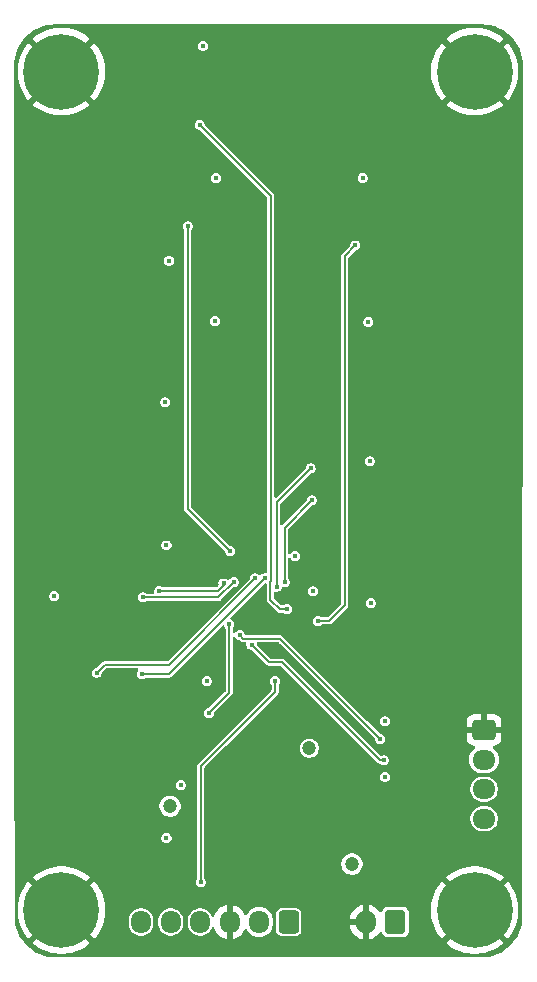
<source format=gbr>
%TF.GenerationSoftware,KiCad,Pcbnew,9.0.0-9.0.0-2~ubuntu24.04.1*%
%TF.CreationDate,2025-03-20T14:26:08+01:00*%
%TF.ProjectId,PCB_controller,5043425f-636f-46e7-9472-6f6c6c65722e,rev?*%
%TF.SameCoordinates,Original*%
%TF.FileFunction,Copper,L4,Bot*%
%TF.FilePolarity,Positive*%
%FSLAX46Y46*%
G04 Gerber Fmt 4.6, Leading zero omitted, Abs format (unit mm)*
G04 Created by KiCad (PCBNEW 9.0.0-9.0.0-2~ubuntu24.04.1) date 2025-03-20 14:26:08*
%MOMM*%
%LPD*%
G01*
G04 APERTURE LIST*
G04 Aperture macros list*
%AMRoundRect*
0 Rectangle with rounded corners*
0 $1 Rounding radius*
0 $2 $3 $4 $5 $6 $7 $8 $9 X,Y pos of 4 corners*
0 Add a 4 corners polygon primitive as box body*
4,1,4,$2,$3,$4,$5,$6,$7,$8,$9,$2,$3,0*
0 Add four circle primitives for the rounded corners*
1,1,$1+$1,$2,$3*
1,1,$1+$1,$4,$5*
1,1,$1+$1,$6,$7*
1,1,$1+$1,$8,$9*
0 Add four rect primitives between the rounded corners*
20,1,$1+$1,$2,$3,$4,$5,0*
20,1,$1+$1,$4,$5,$6,$7,0*
20,1,$1+$1,$6,$7,$8,$9,0*
20,1,$1+$1,$8,$9,$2,$3,0*%
G04 Aperture macros list end*
%TA.AperFunction,ComponentPad*%
%ADD10RoundRect,0.250000X-0.725000X0.600000X-0.725000X-0.600000X0.725000X-0.600000X0.725000X0.600000X0*%
%TD*%
%TA.AperFunction,ComponentPad*%
%ADD11O,1.950000X1.700000*%
%TD*%
%TA.AperFunction,ComponentPad*%
%ADD12C,0.800000*%
%TD*%
%TA.AperFunction,ComponentPad*%
%ADD13C,6.400000*%
%TD*%
%TA.AperFunction,ComponentPad*%
%ADD14RoundRect,0.250000X0.600000X0.725000X-0.600000X0.725000X-0.600000X-0.725000X0.600000X-0.725000X0*%
%TD*%
%TA.AperFunction,ComponentPad*%
%ADD15O,1.700000X1.950000*%
%TD*%
%TA.AperFunction,ComponentPad*%
%ADD16RoundRect,0.250000X0.600000X0.750000X-0.600000X0.750000X-0.600000X-0.750000X0.600000X-0.750000X0*%
%TD*%
%TA.AperFunction,ComponentPad*%
%ADD17O,1.700000X2.000000*%
%TD*%
%TA.AperFunction,ViaPad*%
%ADD18C,0.450000*%
%TD*%
%TA.AperFunction,ViaPad*%
%ADD19C,1.200000*%
%TD*%
%TA.AperFunction,Conductor*%
%ADD20C,0.200000*%
%TD*%
G04 APERTURE END LIST*
D10*
%TO.P,J3,1,Pin_1*%
%TO.N,GND*%
X162787500Y-114750000D03*
D11*
%TO.P,J3,2,Pin_2*%
%TO.N,+5V*%
X162787500Y-117250000D03*
%TO.P,J3,3,Pin_3*%
%TO.N,I2C1_SDA*%
X162787500Y-119750000D03*
%TO.P,J3,4,Pin_4*%
%TO.N,I2C1_SCL*%
X162787500Y-122250000D03*
%TD*%
D12*
%TO.P,H1,1,1*%
%TO.N,GND*%
X159600000Y-59000000D03*
X160302944Y-57302944D03*
X160302944Y-60697056D03*
X162000000Y-56600000D03*
D13*
X162000000Y-59000000D03*
D12*
X162000000Y-61400000D03*
X163697056Y-57302944D03*
X163697056Y-60697056D03*
X164400000Y-59000000D03*
%TD*%
D14*
%TO.P,J2,1,Pin_1*%
%TO.N,unconnected-(J2-Pin_1-Pad1)*%
X146250000Y-131000000D03*
D15*
%TO.P,J2,2,Pin_2*%
%TO.N,+5V*%
X143750000Y-131000000D03*
%TO.P,J2,3,Pin_3*%
%TO.N,GND*%
X141250000Y-131000000D03*
%TO.P,J2,4,Pin_4*%
%TO.N,UART2_HC05_TX*%
X138750000Y-131000000D03*
%TO.P,J2,5,Pin_5*%
%TO.N,UART2_HC05_RX*%
X136250000Y-131000000D03*
%TO.P,J2,6,Pin_6*%
%TO.N,unconnected-(J2-Pin_6-Pad6)*%
X133750000Y-131000000D03*
%TD*%
D12*
%TO.P,H3,1,1*%
%TO.N,GND*%
X124600000Y-59000000D03*
X125302944Y-57302944D03*
X125302944Y-60697056D03*
X127000000Y-56600000D03*
D13*
X127000000Y-59000000D03*
D12*
X127000000Y-61400000D03*
X128697056Y-57302944D03*
X128697056Y-60697056D03*
X129400000Y-59000000D03*
%TD*%
%TO.P,H2,1,1*%
%TO.N,GND*%
X124600000Y-130000000D03*
X125302944Y-128302944D03*
X125302944Y-131697056D03*
X127000000Y-127600000D03*
D13*
X127000000Y-130000000D03*
D12*
X127000000Y-132400000D03*
X128697056Y-128302944D03*
X128697056Y-131697056D03*
X129400000Y-130000000D03*
%TD*%
%TO.P,H4,1,1*%
%TO.N,GND*%
X159600000Y-130000000D03*
X160302944Y-128302944D03*
X160302944Y-131697056D03*
X162000000Y-127600000D03*
D13*
X162000000Y-130000000D03*
D12*
X162000000Y-132400000D03*
X163697056Y-128302944D03*
X163697056Y-131697056D03*
X164400000Y-130000000D03*
%TD*%
D16*
%TO.P,J1,1,Pin_1*%
%TO.N,+5V*%
X155287500Y-131000000D03*
D17*
%TO.P,J1,2,Pin_2*%
%TO.N,GND*%
X152787500Y-131000000D03*
%TD*%
D18*
%TO.N,GND*%
X157250000Y-112000000D03*
X155750000Y-90750000D03*
X145000000Y-64250000D03*
X127250000Y-90000000D03*
X127500000Y-99250000D03*
X150000000Y-110000000D03*
X147000000Y-113500000D03*
X149000000Y-127250000D03*
X157500000Y-121250000D03*
X156750000Y-125000000D03*
X132500000Y-126750000D03*
X124500000Y-111500000D03*
X144750000Y-116250000D03*
X155500000Y-102250000D03*
X160250000Y-101500000D03*
X158250000Y-89000000D03*
X161750000Y-78750000D03*
X157750000Y-77000000D03*
X143000000Y-77750000D03*
X148000000Y-78250000D03*
X126250000Y-77250000D03*
X130500000Y-78000000D03*
X131250000Y-89250000D03*
X149250000Y-89250000D03*
X136750000Y-66250000D03*
X134500000Y-56750000D03*
X149000000Y-66000000D03*
X133750000Y-60250000D03*
X131000000Y-65000000D03*
X157750000Y-63750000D03*
X155750000Y-59750000D03*
X141700000Y-126800000D03*
X133700000Y-93200000D03*
X142600000Y-112900000D03*
X146000000Y-125600000D03*
X138800000Y-108900000D03*
X127900000Y-114000000D03*
X143500000Y-93600000D03*
X155300000Y-73800000D03*
X126100000Y-105600000D03*
X142300000Y-73800000D03*
X155300000Y-109800000D03*
X153600000Y-123300000D03*
X139800000Y-63000000D03*
X145971232Y-103628768D03*
X127800000Y-81200000D03*
X148100000Y-61800000D03*
X136300000Y-67900000D03*
X161200000Y-85800000D03*
X133700000Y-81200000D03*
X163200000Y-109800000D03*
X149400000Y-104200000D03*
X136300000Y-112800000D03*
X142300000Y-85800000D03*
X152200000Y-110300000D03*
X136300000Y-91900000D03*
X139800000Y-87000000D03*
X143500000Y-92000000D03*
X148100000Y-100100000D03*
X133600000Y-69200000D03*
X163300000Y-97800000D03*
X152700000Y-99100000D03*
X152800000Y-87000000D03*
X133700000Y-114000000D03*
X159300000Y-114200000D03*
X130600000Y-123500000D03*
X155300000Y-85800000D03*
X127800000Y-69200000D03*
X130600000Y-121900000D03*
X139800000Y-75000000D03*
X142600000Y-123900000D03*
X142300000Y-61800000D03*
X148300000Y-85800000D03*
X161200000Y-73800000D03*
X127900000Y-93200000D03*
X148700000Y-102000000D03*
X137000000Y-111200000D03*
X155300000Y-97800000D03*
X152800000Y-75000000D03*
X136300000Y-80100000D03*
X126500000Y-108600000D03*
X148200000Y-73800000D03*
%TO.N,+3.3V*%
X152500000Y-68000000D03*
X153200000Y-104000000D03*
X136100000Y-75000000D03*
X135800000Y-87000000D03*
X139000000Y-56800000D03*
X139300000Y-110600000D03*
X154400000Y-118700000D03*
X135900000Y-99100000D03*
X153000000Y-80200000D03*
X153100000Y-92000000D03*
X140000000Y-80100000D03*
X137100000Y-119400000D03*
X126400000Y-103400000D03*
X146800000Y-100000000D03*
X135900000Y-123900000D03*
X140100000Y-68000000D03*
D19*
X148000000Y-116300000D03*
D18*
X154400000Y-114000000D03*
X148300000Y-103000000D03*
D19*
%TO.N,+5V*%
X151600000Y-126100000D03*
X136200000Y-121200000D03*
D18*
%TO.N,BTN_4*%
X148700000Y-105500000D03*
X151900000Y-73700000D03*
%TO.N,BTN_7*%
X137700000Y-72100000D03*
X141300000Y-99600000D03*
%TO.N,BTN_8*%
X146100000Y-104500000D03*
X138700000Y-63500000D03*
%TO.N,BTN_11*%
X139500000Y-113300000D03*
X141200000Y-105800000D03*
%TO.N,UART2_HC05_TX*%
X138800000Y-127600000D03*
X145100000Y-110600000D03*
%TO.N,I2C1_SDA*%
X154000000Y-115500000D03*
X142100000Y-106700000D03*
%TO.N,I2C1_SCL*%
X143100000Y-107525000D03*
X154300000Y-117300000D03*
%TO.N,UART1_DEBUG_RX*%
X130000000Y-109900000D03*
X143400000Y-101900000D03*
%TO.N,SWCLK*%
X140728768Y-102328768D03*
X135300000Y-102975000D03*
%TO.N,SWDIO*%
X141600000Y-102200000D03*
X133900000Y-103500000D03*
%TO.N,UART1_DEBUG_TX*%
X133800000Y-110000000D03*
X144200000Y-101900000D03*
%TO.N,LED2*%
X148200000Y-95300000D03*
X145900000Y-102200000D03*
%TO.N,LED1*%
X148100000Y-92600000D03*
X145225000Y-102600000D03*
%TD*%
D20*
%TO.N,BTN_4*%
X151000000Y-74600000D02*
X151900000Y-73700000D01*
X148700000Y-105500000D02*
X149700000Y-105500000D01*
X151000000Y-104200000D02*
X151000000Y-74600000D01*
X149700000Y-105500000D02*
X151000000Y-104200000D01*
%TO.N,BTN_7*%
X137700000Y-96000000D02*
X137700000Y-72100000D01*
X141300000Y-99600000D02*
X137700000Y-96000000D01*
%TO.N,BTN_8*%
X144700000Y-102142463D02*
X144725000Y-102117463D01*
X144725000Y-102117463D02*
X144725000Y-69525000D01*
X144700000Y-103700000D02*
X144700000Y-102142463D01*
X146100000Y-104500000D02*
X145500000Y-104500000D01*
X145500000Y-104500000D02*
X144700000Y-103700000D01*
X144725000Y-69525000D02*
X138700000Y-63500000D01*
%TO.N,BTN_11*%
X139500000Y-113300000D02*
X141200000Y-111600000D01*
X141200000Y-111600000D02*
X141200000Y-105800000D01*
%TO.N,UART2_HC05_TX*%
X138800000Y-127600000D02*
X138800000Y-117800000D01*
X138800000Y-117800000D02*
X145100000Y-111500000D01*
X145100000Y-111500000D02*
X145100000Y-110600000D01*
%TO.N,I2C1_SDA*%
X145500000Y-107000000D02*
X154000000Y-115500000D01*
X142100000Y-106700000D02*
X142400000Y-107000000D01*
X142400000Y-107000000D02*
X145500000Y-107000000D01*
%TO.N,I2C1_SCL*%
X143100000Y-107525000D02*
X144575000Y-109000000D01*
X154000000Y-117300000D02*
X154300000Y-117300000D01*
X144575000Y-109000000D02*
X145700000Y-109000000D01*
X145700000Y-109000000D02*
X154000000Y-117300000D01*
%TO.N,UART1_DEBUG_RX*%
X130700000Y-109200000D02*
X130000000Y-109900000D01*
X134800000Y-109200000D02*
X130700000Y-109200000D01*
X143400000Y-101900000D02*
X136100000Y-109200000D01*
X136100000Y-109200000D02*
X134800000Y-109200000D01*
%TO.N,SWCLK*%
X140259314Y-102975000D02*
X135300000Y-102975000D01*
X140728768Y-102505546D02*
X140259314Y-102975000D01*
X140728768Y-102328768D02*
X140728768Y-102505546D01*
%TO.N,SWDIO*%
X141600000Y-102200000D02*
X140300000Y-103500000D01*
X140300000Y-103500000D02*
X133900000Y-103500000D01*
%TO.N,UART1_DEBUG_TX*%
X136100000Y-110000000D02*
X133800000Y-110000000D01*
X144200000Y-101900000D02*
X136100000Y-110000000D01*
%TO.N,LED2*%
X145900000Y-97600000D02*
X148200000Y-95300000D01*
X145900000Y-102200000D02*
X145900000Y-97600000D01*
%TO.N,LED1*%
X145225000Y-102600000D02*
X145225000Y-95475000D01*
X145225000Y-95475000D02*
X148100000Y-92600000D01*
%TD*%
%TA.AperFunction,Conductor*%
%TO.N,GND*%
G36*
X162590532Y-55000648D02*
G01*
X162924429Y-55017052D01*
X162936537Y-55018245D01*
X163039646Y-55033539D01*
X163264199Y-55066849D01*
X163276117Y-55069219D01*
X163597451Y-55149709D01*
X163609088Y-55153240D01*
X163680306Y-55178722D01*
X163920967Y-55264832D01*
X163932188Y-55269479D01*
X164231663Y-55411120D01*
X164242371Y-55416844D01*
X164526488Y-55587137D01*
X164536606Y-55593897D01*
X164802670Y-55791224D01*
X164812076Y-55798944D01*
X165057513Y-56021395D01*
X165066104Y-56029986D01*
X165199550Y-56177221D01*
X165288555Y-56275423D01*
X165296275Y-56284829D01*
X165493602Y-56550893D01*
X165500362Y-56561011D01*
X165646450Y-56804745D01*
X165670648Y-56845116D01*
X165676383Y-56855844D01*
X165789749Y-57095537D01*
X165818014Y-57155297D01*
X165822670Y-57166540D01*
X165934259Y-57478411D01*
X165937792Y-57490055D01*
X166018277Y-57811369D01*
X166020651Y-57823305D01*
X166069254Y-58150962D01*
X166070447Y-58163072D01*
X166086848Y-58496923D01*
X166086997Y-58503093D01*
X166037050Y-130425771D01*
X166037050Y-130425772D01*
X166037044Y-130433940D01*
X166037000Y-130434108D01*
X166037000Y-130497035D01*
X166036997Y-130497042D01*
X166036851Y-130503033D01*
X166020447Y-130836928D01*
X166019254Y-130849037D01*
X165970651Y-131176694D01*
X165968277Y-131188630D01*
X165887792Y-131509944D01*
X165884259Y-131521588D01*
X165772670Y-131833459D01*
X165768014Y-131844702D01*
X165626385Y-132144151D01*
X165620648Y-132154883D01*
X165450362Y-132438988D01*
X165443602Y-132449106D01*
X165246275Y-132715170D01*
X165238555Y-132724576D01*
X165016111Y-132970006D01*
X165007506Y-132978611D01*
X164762076Y-133201055D01*
X164752670Y-133208775D01*
X164486606Y-133406102D01*
X164476488Y-133412862D01*
X164192383Y-133583148D01*
X164181651Y-133588885D01*
X163882202Y-133730514D01*
X163870959Y-133735170D01*
X163559088Y-133846759D01*
X163547444Y-133850292D01*
X163226130Y-133930777D01*
X163214194Y-133933151D01*
X162886537Y-133981754D01*
X162874428Y-133982947D01*
X162559489Y-133998419D01*
X162540531Y-133999351D01*
X162534449Y-133999500D01*
X126540551Y-133999500D01*
X126534468Y-133999351D01*
X126514400Y-133998365D01*
X126200571Y-133982947D01*
X126188462Y-133981754D01*
X125860805Y-133933151D01*
X125848869Y-133930777D01*
X125527555Y-133850292D01*
X125515911Y-133846759D01*
X125204040Y-133735170D01*
X125192801Y-133730515D01*
X124893344Y-133588883D01*
X124882621Y-133583150D01*
X124598511Y-133412862D01*
X124588393Y-133406102D01*
X124322329Y-133208775D01*
X124312923Y-133201055D01*
X124273975Y-133165755D01*
X124067486Y-132978604D01*
X124058895Y-132970013D01*
X123836444Y-132724576D01*
X123828724Y-132715170D01*
X123631397Y-132449106D01*
X123624637Y-132438988D01*
X123454344Y-132154871D01*
X123448620Y-132144163D01*
X123306979Y-131844688D01*
X123302329Y-131833459D01*
X123302006Y-131832557D01*
X123217878Y-131597434D01*
X123190740Y-131521588D01*
X123187207Y-131509944D01*
X123106719Y-131188617D01*
X123104348Y-131176694D01*
X123087902Y-131065826D01*
X123055745Y-130849037D01*
X123054552Y-130836927D01*
X123051339Y-130771534D01*
X123038149Y-130503032D01*
X123038000Y-130497038D01*
X123038000Y-130497035D01*
X123038000Y-130434108D01*
X123037954Y-130433938D01*
X123037526Y-129818234D01*
X123300000Y-129818234D01*
X123300000Y-130181765D01*
X123335632Y-130543556D01*
X123406550Y-130900090D01*
X123406553Y-130900101D01*
X123512086Y-131247997D01*
X123651207Y-131583864D01*
X123651209Y-131583869D01*
X123822570Y-131904462D01*
X123822581Y-131904480D01*
X124024551Y-132206750D01*
X124211678Y-132434765D01*
X124211679Y-132434766D01*
X125705747Y-130940697D01*
X125779588Y-131042330D01*
X125957670Y-131220412D01*
X126059301Y-131294251D01*
X124565232Y-132788319D01*
X124565233Y-132788320D01*
X124793249Y-132975448D01*
X125095519Y-133177418D01*
X125095537Y-133177429D01*
X125416130Y-133348790D01*
X125416135Y-133348792D01*
X125752002Y-133487913D01*
X126099898Y-133593446D01*
X126099909Y-133593449D01*
X126456443Y-133664367D01*
X126818234Y-133700000D01*
X127181766Y-133700000D01*
X127543556Y-133664367D01*
X127900090Y-133593449D01*
X127900101Y-133593446D01*
X128247997Y-133487913D01*
X128583864Y-133348792D01*
X128583869Y-133348790D01*
X128904462Y-133177429D01*
X128904480Y-133177418D01*
X129206736Y-132975457D01*
X129206750Y-132975447D01*
X129434765Y-132788320D01*
X129434766Y-132788319D01*
X127940698Y-131294251D01*
X128042330Y-131220412D01*
X128220412Y-131042330D01*
X128294251Y-130940698D01*
X129788319Y-132434766D01*
X129788320Y-132434765D01*
X129975447Y-132206750D01*
X129975457Y-132206736D01*
X130177418Y-131904480D01*
X130177429Y-131904462D01*
X130348790Y-131583869D01*
X130348792Y-131583864D01*
X130487913Y-131247997D01*
X130593446Y-130900101D01*
X130593449Y-130900089D01*
X130619021Y-130771530D01*
X132699500Y-130771530D01*
X132699500Y-131228469D01*
X132739868Y-131431412D01*
X132739870Y-131431420D01*
X132809698Y-131600000D01*
X132819059Y-131622598D01*
X132876541Y-131708626D01*
X132934024Y-131794657D01*
X133080342Y-131940975D01*
X133080345Y-131940977D01*
X133252402Y-132055941D01*
X133443580Y-132135130D01*
X133632187Y-132172646D01*
X133646530Y-132175499D01*
X133646534Y-132175500D01*
X133646535Y-132175500D01*
X133853466Y-132175500D01*
X133853467Y-132175499D01*
X134056420Y-132135130D01*
X134247598Y-132055941D01*
X134419655Y-131940977D01*
X134565977Y-131794655D01*
X134680941Y-131622598D01*
X134760130Y-131431420D01*
X134800500Y-131228465D01*
X134800500Y-130771535D01*
X134800499Y-130771530D01*
X135199500Y-130771530D01*
X135199500Y-131228469D01*
X135239868Y-131431412D01*
X135239870Y-131431420D01*
X135309698Y-131600000D01*
X135319059Y-131622598D01*
X135376541Y-131708626D01*
X135434024Y-131794657D01*
X135580342Y-131940975D01*
X135580345Y-131940977D01*
X135752402Y-132055941D01*
X135943580Y-132135130D01*
X136132187Y-132172646D01*
X136146530Y-132175499D01*
X136146534Y-132175500D01*
X136146535Y-132175500D01*
X136353466Y-132175500D01*
X136353467Y-132175499D01*
X136556420Y-132135130D01*
X136747598Y-132055941D01*
X136919655Y-131940977D01*
X137065977Y-131794655D01*
X137180941Y-131622598D01*
X137260130Y-131431420D01*
X137300500Y-131228465D01*
X137300500Y-130771535D01*
X137300499Y-130771530D01*
X137699500Y-130771530D01*
X137699500Y-131228469D01*
X137739868Y-131431412D01*
X137739870Y-131431420D01*
X137809698Y-131600000D01*
X137819059Y-131622598D01*
X137876541Y-131708626D01*
X137934024Y-131794657D01*
X138080342Y-131940975D01*
X138080345Y-131940977D01*
X138252402Y-132055941D01*
X138443580Y-132135130D01*
X138632187Y-132172646D01*
X138646530Y-132175499D01*
X138646534Y-132175500D01*
X138646535Y-132175500D01*
X138853466Y-132175500D01*
X138853467Y-132175499D01*
X139056420Y-132135130D01*
X139247598Y-132055941D01*
X139419655Y-131940977D01*
X139565977Y-131794655D01*
X139680941Y-131622598D01*
X139726748Y-131512009D01*
X139770589Y-131457606D01*
X139836883Y-131435541D01*
X139904582Y-131452820D01*
X139952193Y-131503957D01*
X139959240Y-131521144D01*
X139998904Y-131643216D01*
X140095379Y-131832557D01*
X140220272Y-132004459D01*
X140220276Y-132004464D01*
X140370535Y-132154723D01*
X140370540Y-132154727D01*
X140542442Y-132279620D01*
X140731782Y-132376095D01*
X140933871Y-132441757D01*
X141000000Y-132452231D01*
X141000000Y-131404145D01*
X141066657Y-131442630D01*
X141187465Y-131475000D01*
X141312535Y-131475000D01*
X141433343Y-131442630D01*
X141500000Y-131404145D01*
X141500000Y-132452230D01*
X141566126Y-132441757D01*
X141566129Y-132441757D01*
X141768217Y-132376095D01*
X141957557Y-132279620D01*
X142129459Y-132154727D01*
X142129464Y-132154723D01*
X142279723Y-132004464D01*
X142279727Y-132004459D01*
X142404620Y-131832558D01*
X142501466Y-131642488D01*
X142549440Y-131591692D01*
X142617261Y-131574897D01*
X142683396Y-131597434D01*
X142722435Y-131642488D01*
X142766002Y-131727992D01*
X142766003Y-131727993D01*
X142872441Y-131874494D01*
X142872445Y-131874499D01*
X143000500Y-132002554D01*
X143000505Y-132002558D01*
X143128287Y-132095396D01*
X143147006Y-132108996D01*
X143236750Y-132154723D01*
X143308360Y-132191211D01*
X143308363Y-132191212D01*
X143394476Y-132219191D01*
X143480591Y-132247171D01*
X143563429Y-132260291D01*
X143659449Y-132275500D01*
X143659454Y-132275500D01*
X143840551Y-132275500D01*
X143927259Y-132261765D01*
X144019409Y-132247171D01*
X144191639Y-132191211D01*
X144352994Y-132108996D01*
X144499501Y-132002553D01*
X144627553Y-131874501D01*
X144733996Y-131727994D01*
X144816211Y-131566639D01*
X144872171Y-131394409D01*
X144894054Y-131256246D01*
X144900500Y-131215551D01*
X144900500Y-130784448D01*
X144873532Y-130614187D01*
X144872171Y-130605591D01*
X144839348Y-130504570D01*
X144816212Y-130433363D01*
X144816211Y-130433360D01*
X144735078Y-130274130D01*
X144735077Y-130274128D01*
X144733995Y-130272004D01*
X144696743Y-130220730D01*
X145199500Y-130220730D01*
X145199500Y-131779269D01*
X145202353Y-131809699D01*
X145202353Y-131809701D01*
X145235519Y-131904480D01*
X145247207Y-131937882D01*
X145327850Y-132047150D01*
X145437118Y-132127793D01*
X145458089Y-132135131D01*
X145565299Y-132172646D01*
X145595730Y-132175500D01*
X145595734Y-132175500D01*
X146904270Y-132175500D01*
X146934699Y-132172646D01*
X146934701Y-132172646D01*
X147016133Y-132144151D01*
X147062882Y-132127793D01*
X147172150Y-132047150D01*
X147252793Y-131937882D01*
X147281929Y-131854616D01*
X147297646Y-131809701D01*
X147297646Y-131809699D01*
X147300500Y-131779269D01*
X147300500Y-130743753D01*
X151437500Y-130743753D01*
X151437500Y-130750000D01*
X152354488Y-130750000D01*
X152321575Y-130807007D01*
X152287500Y-130934174D01*
X152287500Y-131065826D01*
X152321575Y-131192993D01*
X152354488Y-131250000D01*
X151437500Y-131250000D01*
X151437500Y-131256246D01*
X151470742Y-131466127D01*
X151470742Y-131466130D01*
X151536404Y-131668217D01*
X151632879Y-131857557D01*
X151757772Y-132029459D01*
X151757776Y-132029464D01*
X151908035Y-132179723D01*
X151908040Y-132179727D01*
X152079942Y-132304620D01*
X152269282Y-132401095D01*
X152471371Y-132466757D01*
X152537500Y-132477231D01*
X152537500Y-131433012D01*
X152594507Y-131465925D01*
X152721674Y-131500000D01*
X152853326Y-131500000D01*
X152980493Y-131465925D01*
X153037500Y-131433012D01*
X153037500Y-132477230D01*
X153103626Y-132466757D01*
X153103629Y-132466757D01*
X153305717Y-132401095D01*
X153495057Y-132304620D01*
X153666959Y-132179727D01*
X153666964Y-132179723D01*
X153817221Y-132029466D01*
X153936393Y-131865439D01*
X153991723Y-131822773D01*
X154061336Y-131816794D01*
X154123132Y-131849399D01*
X154152066Y-131892833D01*
X154203138Y-132022341D01*
X154294577Y-132142922D01*
X154415156Y-132234360D01*
X154415157Y-132234360D01*
X154415158Y-132234361D01*
X154555936Y-132289877D01*
X154644398Y-132300500D01*
X154644403Y-132300500D01*
X155930597Y-132300500D01*
X155930602Y-132300500D01*
X156019064Y-132289877D01*
X156159842Y-132234361D01*
X156280422Y-132142922D01*
X156371861Y-132022342D01*
X156427377Y-131881564D01*
X156438000Y-131793102D01*
X156438000Y-130206898D01*
X156427377Y-130118436D01*
X156371861Y-129977658D01*
X156371860Y-129977657D01*
X156371860Y-129977656D01*
X156305473Y-129890112D01*
X156280422Y-129857077D01*
X156229200Y-129818234D01*
X158300000Y-129818234D01*
X158300000Y-130181765D01*
X158335632Y-130543556D01*
X158406550Y-130900090D01*
X158406553Y-130900101D01*
X158512086Y-131247997D01*
X158651207Y-131583864D01*
X158651209Y-131583869D01*
X158822570Y-131904462D01*
X158822581Y-131904480D01*
X159024551Y-132206750D01*
X159211678Y-132434765D01*
X159211679Y-132434766D01*
X160705747Y-130940697D01*
X160779588Y-131042330D01*
X160957670Y-131220412D01*
X161059301Y-131294251D01*
X159565232Y-132788319D01*
X159565233Y-132788320D01*
X159793249Y-132975448D01*
X160095519Y-133177418D01*
X160095537Y-133177429D01*
X160416130Y-133348790D01*
X160416135Y-133348792D01*
X160752002Y-133487913D01*
X161099898Y-133593446D01*
X161099909Y-133593449D01*
X161456443Y-133664367D01*
X161818234Y-133700000D01*
X162181766Y-133700000D01*
X162543556Y-133664367D01*
X162900090Y-133593449D01*
X162900101Y-133593446D01*
X163247997Y-133487913D01*
X163583864Y-133348792D01*
X163583869Y-133348790D01*
X163904462Y-133177429D01*
X163904480Y-133177418D01*
X164206736Y-132975457D01*
X164206750Y-132975447D01*
X164434765Y-132788320D01*
X164434766Y-132788319D01*
X162940698Y-131294251D01*
X163042330Y-131220412D01*
X163220412Y-131042330D01*
X163294251Y-130940698D01*
X164788319Y-132434766D01*
X164788320Y-132434765D01*
X164975447Y-132206750D01*
X164975457Y-132206736D01*
X165177418Y-131904480D01*
X165177429Y-131904462D01*
X165348790Y-131583869D01*
X165348792Y-131583864D01*
X165487913Y-131247997D01*
X165593446Y-130900101D01*
X165593449Y-130900090D01*
X165664367Y-130543556D01*
X165700000Y-130181765D01*
X165700000Y-129818234D01*
X165664367Y-129456443D01*
X165593449Y-129099909D01*
X165593446Y-129099898D01*
X165487913Y-128752002D01*
X165348792Y-128416135D01*
X165348790Y-128416130D01*
X165177429Y-128095537D01*
X165177418Y-128095519D01*
X164975448Y-127793249D01*
X164788320Y-127565233D01*
X164788319Y-127565232D01*
X163294251Y-129059300D01*
X163220412Y-128957670D01*
X163042330Y-128779588D01*
X162940698Y-128705748D01*
X164434766Y-127211679D01*
X164434765Y-127211678D01*
X164206750Y-127024551D01*
X163904480Y-126822581D01*
X163904462Y-126822570D01*
X163583869Y-126651209D01*
X163583864Y-126651207D01*
X163247997Y-126512086D01*
X162900101Y-126406553D01*
X162900090Y-126406550D01*
X162543556Y-126335632D01*
X162181766Y-126300000D01*
X161818234Y-126300000D01*
X161456443Y-126335632D01*
X161099909Y-126406550D01*
X161099898Y-126406553D01*
X160752002Y-126512086D01*
X160416135Y-126651207D01*
X160416130Y-126651209D01*
X160095537Y-126822570D01*
X160095519Y-126822581D01*
X159793258Y-127024545D01*
X159793254Y-127024548D01*
X159565233Y-127211679D01*
X159565233Y-127211680D01*
X161059301Y-128705748D01*
X160957670Y-128779588D01*
X160779588Y-128957670D01*
X160705748Y-129059301D01*
X159211680Y-127565233D01*
X159211679Y-127565233D01*
X159024548Y-127793254D01*
X159024545Y-127793258D01*
X158822581Y-128095519D01*
X158822570Y-128095537D01*
X158651209Y-128416130D01*
X158651207Y-128416135D01*
X158512086Y-128752002D01*
X158406553Y-129099898D01*
X158406550Y-129099909D01*
X158335632Y-129456443D01*
X158300000Y-129818234D01*
X156229200Y-129818234D01*
X156159843Y-129765639D01*
X156019061Y-129710122D01*
X155973426Y-129704642D01*
X155930602Y-129699500D01*
X154644398Y-129699500D01*
X154605353Y-129704188D01*
X154555938Y-129710122D01*
X154415156Y-129765639D01*
X154294577Y-129857077D01*
X154203138Y-129977658D01*
X154152066Y-130107166D01*
X154109160Y-130162309D01*
X154043252Y-130185502D01*
X153975268Y-130169381D01*
X153936394Y-130134560D01*
X153817227Y-129970540D01*
X153817223Y-129970535D01*
X153666964Y-129820276D01*
X153666959Y-129820272D01*
X153495057Y-129695379D01*
X153305715Y-129598903D01*
X153103624Y-129533241D01*
X153037500Y-129522768D01*
X153037500Y-130566988D01*
X152980493Y-130534075D01*
X152853326Y-130500000D01*
X152721674Y-130500000D01*
X152594507Y-130534075D01*
X152537500Y-130566988D01*
X152537500Y-129522768D01*
X152537499Y-129522768D01*
X152471375Y-129533241D01*
X152269284Y-129598903D01*
X152079942Y-129695379D01*
X151908040Y-129820272D01*
X151908035Y-129820276D01*
X151757776Y-129970535D01*
X151757772Y-129970540D01*
X151632879Y-130142442D01*
X151536404Y-130331782D01*
X151470742Y-130533869D01*
X151470742Y-130533872D01*
X151437500Y-130743753D01*
X147300500Y-130743753D01*
X147300500Y-130220730D01*
X147297646Y-130190300D01*
X147297646Y-130190298D01*
X147252793Y-130062119D01*
X147252792Y-130062117D01*
X147172150Y-129952850D01*
X147062882Y-129872207D01*
X147062880Y-129872206D01*
X146934700Y-129827353D01*
X146904270Y-129824500D01*
X146904266Y-129824500D01*
X145595734Y-129824500D01*
X145595730Y-129824500D01*
X145565300Y-129827353D01*
X145565298Y-129827353D01*
X145437119Y-129872206D01*
X145437117Y-129872207D01*
X145327850Y-129952850D01*
X145247207Y-130062117D01*
X145247206Y-130062119D01*
X145202353Y-130190298D01*
X145202353Y-130190300D01*
X145199500Y-130220730D01*
X144696743Y-130220730D01*
X144627558Y-130125505D01*
X144627554Y-130125500D01*
X144499499Y-129997445D01*
X144499494Y-129997441D01*
X144352997Y-129891006D01*
X144352996Y-129891005D01*
X144352994Y-129891004D01*
X144286409Y-129857077D01*
X144191639Y-129808788D01*
X144191636Y-129808787D01*
X144019410Y-129752829D01*
X143840551Y-129724500D01*
X143840546Y-129724500D01*
X143659454Y-129724500D01*
X143659449Y-129724500D01*
X143480589Y-129752829D01*
X143308363Y-129808787D01*
X143308360Y-129808788D01*
X143147002Y-129891006D01*
X143000505Y-129997441D01*
X143000500Y-129997445D01*
X142872445Y-130125500D01*
X142872441Y-130125505D01*
X142766004Y-130272004D01*
X142722435Y-130357512D01*
X142674460Y-130408307D01*
X142606639Y-130425102D01*
X142540504Y-130402564D01*
X142501466Y-130357511D01*
X142404620Y-130167442D01*
X142279727Y-129995540D01*
X142279723Y-129995535D01*
X142129464Y-129845276D01*
X142129459Y-129845272D01*
X141957557Y-129720379D01*
X141768215Y-129623903D01*
X141566124Y-129558241D01*
X141500000Y-129547768D01*
X141500000Y-130595854D01*
X141433343Y-130557370D01*
X141312535Y-130525000D01*
X141187465Y-130525000D01*
X141066657Y-130557370D01*
X141000000Y-130595854D01*
X141000000Y-129547768D01*
X140999999Y-129547768D01*
X140933875Y-129558241D01*
X140731784Y-129623903D01*
X140542442Y-129720379D01*
X140370540Y-129845272D01*
X140370535Y-129845276D01*
X140220276Y-129995535D01*
X140220272Y-129995540D01*
X140095379Y-130167442D01*
X139998905Y-130356781D01*
X139959240Y-130478856D01*
X139919802Y-130536531D01*
X139855443Y-130563729D01*
X139786597Y-130551814D01*
X139735121Y-130504570D01*
X139726748Y-130487990D01*
X139722965Y-130478856D01*
X139680941Y-130377402D01*
X139565977Y-130205345D01*
X139565975Y-130205342D01*
X139419657Y-130059024D01*
X139287222Y-129970535D01*
X139247598Y-129944059D01*
X139056420Y-129864870D01*
X139056412Y-129864868D01*
X138853469Y-129824500D01*
X138853465Y-129824500D01*
X138646535Y-129824500D01*
X138646530Y-129824500D01*
X138443587Y-129864868D01*
X138443579Y-129864870D01*
X138252403Y-129944058D01*
X138080342Y-130059024D01*
X137934024Y-130205342D01*
X137819058Y-130377403D01*
X137739870Y-130568579D01*
X137739868Y-130568587D01*
X137699500Y-130771530D01*
X137300499Y-130771530D01*
X137260130Y-130568580D01*
X137180941Y-130377402D01*
X137065977Y-130205345D01*
X137065975Y-130205342D01*
X136919657Y-130059024D01*
X136787222Y-129970535D01*
X136747598Y-129944059D01*
X136556420Y-129864870D01*
X136556412Y-129864868D01*
X136353469Y-129824500D01*
X136353465Y-129824500D01*
X136146535Y-129824500D01*
X136146530Y-129824500D01*
X135943587Y-129864868D01*
X135943579Y-129864870D01*
X135752403Y-129944058D01*
X135580342Y-130059024D01*
X135434024Y-130205342D01*
X135319058Y-130377403D01*
X135239870Y-130568579D01*
X135239868Y-130568587D01*
X135199500Y-130771530D01*
X134800499Y-130771530D01*
X134760130Y-130568580D01*
X134680941Y-130377402D01*
X134565977Y-130205345D01*
X134565975Y-130205342D01*
X134419657Y-130059024D01*
X134287222Y-129970535D01*
X134247598Y-129944059D01*
X134056420Y-129864870D01*
X134056412Y-129864868D01*
X133853469Y-129824500D01*
X133853465Y-129824500D01*
X133646535Y-129824500D01*
X133646530Y-129824500D01*
X133443587Y-129864868D01*
X133443579Y-129864870D01*
X133252403Y-129944058D01*
X133080342Y-130059024D01*
X132934024Y-130205342D01*
X132819058Y-130377403D01*
X132739870Y-130568579D01*
X132739868Y-130568587D01*
X132699500Y-130771530D01*
X130619021Y-130771530D01*
X130625044Y-130741252D01*
X130664367Y-130543556D01*
X130700000Y-130181765D01*
X130700000Y-129818234D01*
X130664367Y-129456443D01*
X130593449Y-129099909D01*
X130593446Y-129099898D01*
X130487913Y-128752002D01*
X130348792Y-128416135D01*
X130348790Y-128416130D01*
X130177429Y-128095537D01*
X130177418Y-128095519D01*
X129975448Y-127793249D01*
X129828769Y-127614520D01*
X129828768Y-127614519D01*
X129788319Y-127565232D01*
X128294251Y-129059300D01*
X128220412Y-128957670D01*
X128042330Y-128779588D01*
X127940698Y-128705748D01*
X129102463Y-127543982D01*
X138374500Y-127543982D01*
X138374500Y-127656018D01*
X138403497Y-127764237D01*
X138459515Y-127861263D01*
X138538737Y-127940485D01*
X138635763Y-127996503D01*
X138743982Y-128025500D01*
X138743984Y-128025500D01*
X138856016Y-128025500D01*
X138856018Y-128025500D01*
X138964237Y-127996503D01*
X139061263Y-127940485D01*
X139140485Y-127861263D01*
X139196503Y-127764237D01*
X139225500Y-127656018D01*
X139225500Y-127543982D01*
X139196503Y-127435763D01*
X139140485Y-127338737D01*
X139135340Y-127333592D01*
X139133900Y-127332051D01*
X139119114Y-127302648D01*
X139103334Y-127273748D01*
X139102994Y-127270590D01*
X139102511Y-127269629D01*
X139102699Y-127267845D01*
X139100500Y-127247390D01*
X139100500Y-126011304D01*
X150699500Y-126011304D01*
X150699500Y-126188695D01*
X150734103Y-126362658D01*
X150734106Y-126362667D01*
X150801983Y-126526540D01*
X150801990Y-126526553D01*
X150900535Y-126674034D01*
X150900538Y-126674038D01*
X151025961Y-126799461D01*
X151025965Y-126799464D01*
X151173446Y-126898009D01*
X151173459Y-126898016D01*
X151296363Y-126948923D01*
X151337334Y-126965894D01*
X151337336Y-126965894D01*
X151337341Y-126965896D01*
X151511304Y-127000499D01*
X151511307Y-127000500D01*
X151511309Y-127000500D01*
X151688693Y-127000500D01*
X151688694Y-127000499D01*
X151746682Y-126988964D01*
X151862658Y-126965896D01*
X151862661Y-126965894D01*
X151862666Y-126965894D01*
X152026547Y-126898013D01*
X152174035Y-126799464D01*
X152299464Y-126674035D01*
X152398013Y-126526547D01*
X152465894Y-126362666D01*
X152471272Y-126335632D01*
X152500499Y-126188695D01*
X152500500Y-126188693D01*
X152500500Y-126011306D01*
X152500499Y-126011304D01*
X152465896Y-125837341D01*
X152465893Y-125837332D01*
X152398016Y-125673459D01*
X152398009Y-125673446D01*
X152299464Y-125525965D01*
X152299461Y-125525961D01*
X152174038Y-125400538D01*
X152174034Y-125400535D01*
X152026553Y-125301990D01*
X152026540Y-125301983D01*
X151862667Y-125234106D01*
X151862658Y-125234103D01*
X151688694Y-125199500D01*
X151688691Y-125199500D01*
X151511309Y-125199500D01*
X151511306Y-125199500D01*
X151337341Y-125234103D01*
X151337332Y-125234106D01*
X151173459Y-125301983D01*
X151173446Y-125301990D01*
X151025965Y-125400535D01*
X151025961Y-125400538D01*
X150900538Y-125525961D01*
X150900535Y-125525965D01*
X150801990Y-125673446D01*
X150801983Y-125673459D01*
X150734106Y-125837332D01*
X150734103Y-125837341D01*
X150699500Y-126011304D01*
X139100500Y-126011304D01*
X139100500Y-122146530D01*
X161612000Y-122146530D01*
X161612000Y-122353469D01*
X161652368Y-122556412D01*
X161652370Y-122556420D01*
X161731558Y-122747596D01*
X161846524Y-122919657D01*
X161992842Y-123065975D01*
X161992845Y-123065977D01*
X162164902Y-123180941D01*
X162356080Y-123260130D01*
X162559030Y-123300499D01*
X162559034Y-123300500D01*
X162559035Y-123300500D01*
X163015966Y-123300500D01*
X163015967Y-123300499D01*
X163218920Y-123260130D01*
X163410098Y-123180941D01*
X163582155Y-123065977D01*
X163728477Y-122919655D01*
X163843441Y-122747598D01*
X163922630Y-122556420D01*
X163963000Y-122353465D01*
X163963000Y-122146535D01*
X163922630Y-121943580D01*
X163843441Y-121752402D01*
X163728477Y-121580345D01*
X163728475Y-121580342D01*
X163582157Y-121434024D01*
X163496126Y-121376541D01*
X163410098Y-121319059D01*
X163336793Y-121288695D01*
X163218920Y-121239870D01*
X163218912Y-121239868D01*
X163015969Y-121199500D01*
X163015965Y-121199500D01*
X162559035Y-121199500D01*
X162559030Y-121199500D01*
X162356087Y-121239868D01*
X162356079Y-121239870D01*
X162164903Y-121319058D01*
X161992842Y-121434024D01*
X161846524Y-121580342D01*
X161731558Y-121752403D01*
X161652370Y-121943579D01*
X161652368Y-121943587D01*
X161612000Y-122146530D01*
X139100500Y-122146530D01*
X139100500Y-119646530D01*
X161612000Y-119646530D01*
X161612000Y-119853469D01*
X161652368Y-120056412D01*
X161652370Y-120056420D01*
X161731558Y-120247596D01*
X161846524Y-120419657D01*
X161992842Y-120565975D01*
X161992845Y-120565977D01*
X162164902Y-120680941D01*
X162356080Y-120760130D01*
X162559030Y-120800499D01*
X162559034Y-120800500D01*
X162559035Y-120800500D01*
X163015966Y-120800500D01*
X163015967Y-120800499D01*
X163218920Y-120760130D01*
X163410098Y-120680941D01*
X163582155Y-120565977D01*
X163728477Y-120419655D01*
X163843441Y-120247598D01*
X163922630Y-120056420D01*
X163963000Y-119853465D01*
X163963000Y-119646535D01*
X163922630Y-119443580D01*
X163843441Y-119252402D01*
X163728477Y-119080345D01*
X163728475Y-119080342D01*
X163582157Y-118934024D01*
X163477711Y-118864236D01*
X163410098Y-118819059D01*
X163257904Y-118756018D01*
X163218920Y-118739870D01*
X163218912Y-118739868D01*
X163015969Y-118699500D01*
X163015965Y-118699500D01*
X162559035Y-118699500D01*
X162559030Y-118699500D01*
X162356087Y-118739868D01*
X162356079Y-118739870D01*
X162164903Y-118819058D01*
X161992842Y-118934024D01*
X161846524Y-119080342D01*
X161731558Y-119252403D01*
X161652370Y-119443579D01*
X161652368Y-119443587D01*
X161612000Y-119646530D01*
X139100500Y-119646530D01*
X139100500Y-118643982D01*
X153974500Y-118643982D01*
X153974500Y-118756018D01*
X154003497Y-118864237D01*
X154059515Y-118961263D01*
X154138737Y-119040485D01*
X154235763Y-119096503D01*
X154343982Y-119125500D01*
X154343984Y-119125500D01*
X154456016Y-119125500D01*
X154456018Y-119125500D01*
X154564237Y-119096503D01*
X154661263Y-119040485D01*
X154740485Y-118961263D01*
X154796503Y-118864237D01*
X154825500Y-118756018D01*
X154825500Y-118643982D01*
X154796503Y-118535763D01*
X154740485Y-118438737D01*
X154661263Y-118359515D01*
X154564237Y-118303497D01*
X154456018Y-118274500D01*
X154343982Y-118274500D01*
X154235763Y-118303497D01*
X154235760Y-118303498D01*
X154138740Y-118359513D01*
X154138734Y-118359517D01*
X154059517Y-118438734D01*
X154059513Y-118438740D01*
X154003498Y-118535760D01*
X154003497Y-118535763D01*
X153974500Y-118643982D01*
X139100500Y-118643982D01*
X139100500Y-117975833D01*
X139120185Y-117908794D01*
X139136819Y-117888152D01*
X140803818Y-116221153D01*
X147199500Y-116221153D01*
X147199500Y-116378846D01*
X147230261Y-116533489D01*
X147230264Y-116533501D01*
X147290602Y-116679172D01*
X147290609Y-116679185D01*
X147378210Y-116810288D01*
X147378213Y-116810292D01*
X147489707Y-116921786D01*
X147489711Y-116921789D01*
X147620814Y-117009390D01*
X147620827Y-117009397D01*
X147766498Y-117069735D01*
X147766503Y-117069737D01*
X147921153Y-117100499D01*
X147921156Y-117100500D01*
X147921158Y-117100500D01*
X148078844Y-117100500D01*
X148078845Y-117100499D01*
X148233497Y-117069737D01*
X148379179Y-117009394D01*
X148510289Y-116921789D01*
X148621789Y-116810289D01*
X148709394Y-116679179D01*
X148769737Y-116533497D01*
X148800500Y-116378842D01*
X148800500Y-116221158D01*
X148800500Y-116221155D01*
X148800499Y-116221153D01*
X148782096Y-116128636D01*
X148769737Y-116066503D01*
X148756422Y-116034358D01*
X148709397Y-115920827D01*
X148709390Y-115920814D01*
X148621789Y-115789711D01*
X148621786Y-115789707D01*
X148510292Y-115678213D01*
X148510288Y-115678210D01*
X148379185Y-115590609D01*
X148379172Y-115590602D01*
X148233501Y-115530264D01*
X148233489Y-115530261D01*
X148078845Y-115499500D01*
X148078842Y-115499500D01*
X147921158Y-115499500D01*
X147921155Y-115499500D01*
X147766510Y-115530261D01*
X147766498Y-115530264D01*
X147620827Y-115590602D01*
X147620814Y-115590609D01*
X147489711Y-115678210D01*
X147489707Y-115678213D01*
X147378213Y-115789707D01*
X147378210Y-115789711D01*
X147290609Y-115920814D01*
X147290602Y-115920827D01*
X147230264Y-116066498D01*
X147230261Y-116066510D01*
X147199500Y-116221153D01*
X140803818Y-116221153D01*
X140897586Y-116127385D01*
X143080989Y-113943982D01*
X145340460Y-111684511D01*
X145366411Y-111639562D01*
X145380021Y-111615989D01*
X145400500Y-111539562D01*
X145400500Y-110952610D01*
X145420185Y-110885571D01*
X145436819Y-110864929D01*
X145440485Y-110861263D01*
X145496503Y-110764237D01*
X145525500Y-110656018D01*
X145525500Y-110543982D01*
X145496503Y-110435763D01*
X145440485Y-110338737D01*
X145361263Y-110259515D01*
X145264237Y-110203497D01*
X145156018Y-110174500D01*
X145043982Y-110174500D01*
X144935763Y-110203497D01*
X144935760Y-110203498D01*
X144838740Y-110259513D01*
X144838734Y-110259517D01*
X144759517Y-110338734D01*
X144759513Y-110338740D01*
X144703498Y-110435760D01*
X144703497Y-110435763D01*
X144674500Y-110543982D01*
X144674500Y-110656018D01*
X144703497Y-110764237D01*
X144759515Y-110861263D01*
X144759517Y-110861265D01*
X144763181Y-110864929D01*
X144796666Y-110926252D01*
X144799500Y-110952610D01*
X144799500Y-111324167D01*
X144779815Y-111391206D01*
X144763181Y-111411848D01*
X138559541Y-117615487D01*
X138559535Y-117615495D01*
X138519982Y-117684004D01*
X138519979Y-117684009D01*
X138499500Y-117760439D01*
X138499500Y-127247390D01*
X138479815Y-127314429D01*
X138463181Y-127335071D01*
X138459517Y-127338734D01*
X138459513Y-127338740D01*
X138403498Y-127435760D01*
X138403497Y-127435763D01*
X138374500Y-127543982D01*
X129102463Y-127543982D01*
X129434766Y-127211679D01*
X129434765Y-127211678D01*
X129206750Y-127024551D01*
X128904480Y-126822581D01*
X128904462Y-126822570D01*
X128583869Y-126651209D01*
X128583864Y-126651207D01*
X128247997Y-126512086D01*
X127900101Y-126406553D01*
X127900090Y-126406550D01*
X127543556Y-126335632D01*
X127181766Y-126300000D01*
X126818234Y-126300000D01*
X126456443Y-126335632D01*
X126099909Y-126406550D01*
X126099898Y-126406553D01*
X125752002Y-126512086D01*
X125416135Y-126651207D01*
X125416130Y-126651209D01*
X125095537Y-126822570D01*
X125095519Y-126822581D01*
X124793258Y-127024545D01*
X124793254Y-127024548D01*
X124565233Y-127211679D01*
X124565233Y-127211680D01*
X126059301Y-128705748D01*
X125957670Y-128779588D01*
X125779588Y-128957670D01*
X125705748Y-129059301D01*
X124211680Y-127565233D01*
X124211679Y-127565233D01*
X124024548Y-127793254D01*
X124024545Y-127793258D01*
X123822581Y-128095519D01*
X123822570Y-128095537D01*
X123651209Y-128416130D01*
X123651207Y-128416135D01*
X123512086Y-128752002D01*
X123406553Y-129099898D01*
X123406550Y-129099909D01*
X123335632Y-129456443D01*
X123300000Y-129818234D01*
X123037526Y-129818234D01*
X123033378Y-123843982D01*
X135474500Y-123843982D01*
X135474500Y-123956018D01*
X135503497Y-124064237D01*
X135559515Y-124161263D01*
X135638737Y-124240485D01*
X135735763Y-124296503D01*
X135843982Y-124325500D01*
X135843984Y-124325500D01*
X135956016Y-124325500D01*
X135956018Y-124325500D01*
X136064237Y-124296503D01*
X136161263Y-124240485D01*
X136240485Y-124161263D01*
X136296503Y-124064237D01*
X136325500Y-123956018D01*
X136325500Y-123843982D01*
X136296503Y-123735763D01*
X136240485Y-123638737D01*
X136161263Y-123559515D01*
X136064237Y-123503497D01*
X135956018Y-123474500D01*
X135843982Y-123474500D01*
X135735763Y-123503497D01*
X135735760Y-123503498D01*
X135638740Y-123559513D01*
X135638734Y-123559517D01*
X135559517Y-123638734D01*
X135559513Y-123638740D01*
X135503498Y-123735760D01*
X135503497Y-123735763D01*
X135474500Y-123843982D01*
X123033378Y-123843982D01*
X123031480Y-121111304D01*
X135299500Y-121111304D01*
X135299500Y-121288695D01*
X135334103Y-121462658D01*
X135334106Y-121462667D01*
X135401983Y-121626540D01*
X135401990Y-121626553D01*
X135500535Y-121774034D01*
X135500538Y-121774038D01*
X135625961Y-121899461D01*
X135625965Y-121899464D01*
X135773446Y-121998009D01*
X135773459Y-121998016D01*
X135896363Y-122048923D01*
X135937334Y-122065894D01*
X135937336Y-122065894D01*
X135937341Y-122065896D01*
X136111304Y-122100499D01*
X136111307Y-122100500D01*
X136111309Y-122100500D01*
X136288693Y-122100500D01*
X136288694Y-122100499D01*
X136346682Y-122088964D01*
X136462658Y-122065896D01*
X136462661Y-122065894D01*
X136462666Y-122065894D01*
X136626547Y-121998013D01*
X136774035Y-121899464D01*
X136899464Y-121774035D01*
X136998013Y-121626547D01*
X137065894Y-121462666D01*
X137071592Y-121434024D01*
X137094459Y-121319059D01*
X137100500Y-121288691D01*
X137100500Y-121111309D01*
X137100500Y-121111306D01*
X137100499Y-121111304D01*
X137065896Y-120937341D01*
X137065893Y-120937332D01*
X136998016Y-120773459D01*
X136998009Y-120773446D01*
X136899464Y-120625965D01*
X136899461Y-120625961D01*
X136774038Y-120500538D01*
X136774034Y-120500535D01*
X136626553Y-120401990D01*
X136626540Y-120401983D01*
X136462667Y-120334106D01*
X136462658Y-120334103D01*
X136288694Y-120299500D01*
X136288691Y-120299500D01*
X136111309Y-120299500D01*
X136111306Y-120299500D01*
X135937341Y-120334103D01*
X135937332Y-120334106D01*
X135773459Y-120401983D01*
X135773446Y-120401990D01*
X135625965Y-120500535D01*
X135625961Y-120500538D01*
X135500538Y-120625961D01*
X135500535Y-120625965D01*
X135401990Y-120773446D01*
X135401983Y-120773459D01*
X135334106Y-120937332D01*
X135334103Y-120937341D01*
X135299500Y-121111304D01*
X123031480Y-121111304D01*
X123031245Y-120773459D01*
X123030253Y-119343982D01*
X136674500Y-119343982D01*
X136674500Y-119456018D01*
X136703497Y-119564237D01*
X136759515Y-119661263D01*
X136838737Y-119740485D01*
X136935763Y-119796503D01*
X137043982Y-119825500D01*
X137043984Y-119825500D01*
X137156016Y-119825500D01*
X137156018Y-119825500D01*
X137264237Y-119796503D01*
X137361263Y-119740485D01*
X137440485Y-119661263D01*
X137496503Y-119564237D01*
X137525500Y-119456018D01*
X137525500Y-119343982D01*
X137496503Y-119235763D01*
X137440485Y-119138737D01*
X137361263Y-119059515D01*
X137264237Y-119003497D01*
X137156018Y-118974500D01*
X137043982Y-118974500D01*
X136935763Y-119003497D01*
X136935760Y-119003498D01*
X136838740Y-119059513D01*
X136838734Y-119059517D01*
X136759517Y-119138734D01*
X136759513Y-119138740D01*
X136703498Y-119235760D01*
X136703497Y-119235763D01*
X136674500Y-119343982D01*
X123030253Y-119343982D01*
X123030247Y-119335941D01*
X123030177Y-119235763D01*
X123026587Y-114064769D01*
X123024142Y-110543982D01*
X138874500Y-110543982D01*
X138874500Y-110656018D01*
X138903497Y-110764237D01*
X138959515Y-110861263D01*
X139038737Y-110940485D01*
X139135763Y-110996503D01*
X139243982Y-111025500D01*
X139243984Y-111025500D01*
X139356016Y-111025500D01*
X139356018Y-111025500D01*
X139464237Y-110996503D01*
X139561263Y-110940485D01*
X139640485Y-110861263D01*
X139696503Y-110764237D01*
X139725500Y-110656018D01*
X139725500Y-110543982D01*
X139696503Y-110435763D01*
X139640485Y-110338737D01*
X139561263Y-110259515D01*
X139464237Y-110203497D01*
X139356018Y-110174500D01*
X139243982Y-110174500D01*
X139135763Y-110203497D01*
X139135760Y-110203498D01*
X139038740Y-110259513D01*
X139038734Y-110259517D01*
X138959517Y-110338734D01*
X138959513Y-110338740D01*
X138903498Y-110435760D01*
X138903497Y-110435763D01*
X138874500Y-110543982D01*
X123024142Y-110543982D01*
X123023656Y-109843982D01*
X129574500Y-109843982D01*
X129574500Y-109956018D01*
X129603497Y-110064237D01*
X129659515Y-110161263D01*
X129738737Y-110240485D01*
X129835763Y-110296503D01*
X129943982Y-110325500D01*
X129943984Y-110325500D01*
X130056016Y-110325500D01*
X130056018Y-110325500D01*
X130164237Y-110296503D01*
X130261263Y-110240485D01*
X130340485Y-110161263D01*
X130396503Y-110064237D01*
X130425500Y-109956018D01*
X130425500Y-109950833D01*
X130445185Y-109883794D01*
X130461819Y-109863152D01*
X130788152Y-109536819D01*
X130849475Y-109503334D01*
X130875833Y-109500500D01*
X133398390Y-109500500D01*
X133465429Y-109520185D01*
X133511184Y-109572989D01*
X133521128Y-109642147D01*
X133492103Y-109705703D01*
X133486071Y-109712181D01*
X133459517Y-109738734D01*
X133459513Y-109738740D01*
X133403498Y-109835760D01*
X133403497Y-109835763D01*
X133374500Y-109943982D01*
X133374500Y-110056018D01*
X133403497Y-110164237D01*
X133459515Y-110261263D01*
X133538737Y-110340485D01*
X133635763Y-110396503D01*
X133743982Y-110425500D01*
X133743984Y-110425500D01*
X133856016Y-110425500D01*
X133856018Y-110425500D01*
X133964237Y-110396503D01*
X134061263Y-110340485D01*
X134064929Y-110336819D01*
X134126252Y-110303334D01*
X134152610Y-110300500D01*
X136139560Y-110300500D01*
X136139562Y-110300500D01*
X136215989Y-110280021D01*
X136284511Y-110240460D01*
X136340460Y-110184511D01*
X140601171Y-105923799D01*
X140662492Y-105890316D01*
X140732184Y-105895300D01*
X140788117Y-105937172D01*
X140794522Y-105946601D01*
X140802062Y-105958881D01*
X140803497Y-105964237D01*
X140859515Y-106061263D01*
X140873523Y-106075271D01*
X140881172Y-106087729D01*
X140886648Y-106107906D01*
X140896666Y-106126252D01*
X140899500Y-106152610D01*
X140899500Y-111424167D01*
X140879815Y-111491206D01*
X140863181Y-111511848D01*
X139536848Y-112838181D01*
X139475525Y-112871666D01*
X139449167Y-112874500D01*
X139443982Y-112874500D01*
X139335763Y-112903497D01*
X139335760Y-112903498D01*
X139238740Y-112959513D01*
X139238734Y-112959517D01*
X139159517Y-113038734D01*
X139159513Y-113038740D01*
X139103498Y-113135760D01*
X139103497Y-113135763D01*
X139074500Y-113243982D01*
X139074500Y-113356018D01*
X139089097Y-113410493D01*
X139103497Y-113464236D01*
X139103498Y-113464239D01*
X139104309Y-113465643D01*
X139159515Y-113561263D01*
X139238737Y-113640485D01*
X139335763Y-113696503D01*
X139443982Y-113725500D01*
X139443984Y-113725500D01*
X139556016Y-113725500D01*
X139556018Y-113725500D01*
X139664237Y-113696503D01*
X139761263Y-113640485D01*
X139840485Y-113561263D01*
X139896503Y-113464237D01*
X139925500Y-113356018D01*
X139925500Y-113350833D01*
X139945185Y-113283794D01*
X139961819Y-113263152D01*
X140386790Y-112838181D01*
X141440460Y-111784511D01*
X141443052Y-111780021D01*
X141480021Y-111715989D01*
X141500500Y-111639562D01*
X141500500Y-106975409D01*
X141520185Y-106908370D01*
X141572989Y-106862615D01*
X141642147Y-106852671D01*
X141705703Y-106881696D01*
X141731884Y-106913406D01*
X141759515Y-106961263D01*
X141838737Y-107040485D01*
X141935763Y-107096503D01*
X142043982Y-107125500D01*
X142049167Y-107125500D01*
X142116206Y-107145185D01*
X142136848Y-107161819D01*
X142159540Y-107184511D01*
X142215489Y-107240460D01*
X142215491Y-107240461D01*
X142215495Y-107240464D01*
X142284004Y-107280017D01*
X142284011Y-107280021D01*
X142360438Y-107300500D01*
X142558045Y-107300500D01*
X142625084Y-107320185D01*
X142670839Y-107372989D01*
X142680783Y-107442147D01*
X142677821Y-107456586D01*
X142674500Y-107468982D01*
X142674500Y-107581018D01*
X142703497Y-107689237D01*
X142759515Y-107786263D01*
X142838737Y-107865485D01*
X142935763Y-107921503D01*
X143043982Y-107950500D01*
X143049167Y-107950500D01*
X143116206Y-107970185D01*
X143136848Y-107986819D01*
X144334540Y-109184511D01*
X144390489Y-109240460D01*
X144390491Y-109240461D01*
X144390495Y-109240464D01*
X144459004Y-109280017D01*
X144459011Y-109280021D01*
X144535438Y-109300500D01*
X145524167Y-109300500D01*
X145591206Y-109320185D01*
X145611848Y-109336819D01*
X153815489Y-117540460D01*
X153884012Y-117580022D01*
X153960438Y-117600500D01*
X153960450Y-117600500D01*
X153962822Y-117600813D01*
X153964688Y-117601638D01*
X153968288Y-117602603D01*
X153968137Y-117603164D01*
X154026720Y-117629077D01*
X154034324Y-117636072D01*
X154038737Y-117640485D01*
X154135763Y-117696503D01*
X154243982Y-117725500D01*
X154243984Y-117725500D01*
X154356016Y-117725500D01*
X154356018Y-117725500D01*
X154464237Y-117696503D01*
X154561263Y-117640485D01*
X154640485Y-117561263D01*
X154696503Y-117464237D01*
X154725500Y-117356018D01*
X154725500Y-117243982D01*
X154696503Y-117135763D01*
X154640485Y-117038737D01*
X154561263Y-116959515D01*
X154467881Y-116905601D01*
X154464239Y-116903498D01*
X154464238Y-116903497D01*
X154464237Y-116903497D01*
X154356018Y-116874500D01*
X154243982Y-116874500D01*
X154135763Y-116903497D01*
X154135761Y-116903497D01*
X154127912Y-116905601D01*
X154127530Y-116904175D01*
X154066964Y-116910683D01*
X154004487Y-116879405D01*
X154001307Y-116876336D01*
X145884512Y-108759541D01*
X145884504Y-108759535D01*
X145815995Y-108719982D01*
X145815990Y-108719979D01*
X145790513Y-108713152D01*
X145739562Y-108699500D01*
X145739560Y-108699500D01*
X144750833Y-108699500D01*
X144683794Y-108679815D01*
X144663152Y-108663181D01*
X143561819Y-107561848D01*
X143528334Y-107500525D01*
X143526906Y-107492790D01*
X143525500Y-107483534D01*
X143525500Y-107468982D01*
X143520395Y-107449929D01*
X143519361Y-107443123D01*
X143523168Y-107415054D01*
X143523843Y-107386744D01*
X143527803Y-107380891D01*
X143528754Y-107373888D01*
X143547133Y-107352331D01*
X143563006Y-107328881D01*
X143569500Y-107326099D01*
X143574087Y-107320721D01*
X143601201Y-107312524D01*
X143627234Y-107301377D01*
X143640742Y-107300572D01*
X143640968Y-107300504D01*
X143641127Y-107300549D01*
X143641955Y-107300500D01*
X145324167Y-107300500D01*
X145391206Y-107320185D01*
X145411848Y-107336819D01*
X153538181Y-115463152D01*
X153571666Y-115524475D01*
X153574500Y-115550833D01*
X153574500Y-115556017D01*
X153603497Y-115664236D01*
X153603498Y-115664239D01*
X153611564Y-115678210D01*
X153659515Y-115761263D01*
X153738737Y-115840485D01*
X153835763Y-115896503D01*
X153943982Y-115925500D01*
X153943984Y-115925500D01*
X154056016Y-115925500D01*
X154056018Y-115925500D01*
X154164237Y-115896503D01*
X154261263Y-115840485D01*
X154340485Y-115761263D01*
X154396503Y-115664237D01*
X154425500Y-115556018D01*
X154425500Y-115443982D01*
X154396503Y-115335763D01*
X154340485Y-115238737D01*
X154261263Y-115159515D01*
X154164237Y-115103497D01*
X154056018Y-115074500D01*
X154056017Y-115074500D01*
X154050833Y-115074500D01*
X154021392Y-115065855D01*
X153991406Y-115059332D01*
X153986390Y-115055577D01*
X153983794Y-115054815D01*
X153963152Y-115038181D01*
X152948507Y-114023536D01*
X152868953Y-113943982D01*
X153974500Y-113943982D01*
X153974500Y-114056018D01*
X154003497Y-114164237D01*
X154059515Y-114261263D01*
X154138737Y-114340485D01*
X154235763Y-114396503D01*
X154343982Y-114425500D01*
X154343984Y-114425500D01*
X154456016Y-114425500D01*
X154456018Y-114425500D01*
X154564237Y-114396503D01*
X154661263Y-114340485D01*
X154740485Y-114261263D01*
X154796503Y-114164237D01*
X154813712Y-114100013D01*
X161312500Y-114100013D01*
X161312500Y-114500000D01*
X162383354Y-114500000D01*
X162344870Y-114566657D01*
X162312500Y-114687465D01*
X162312500Y-114812535D01*
X162344870Y-114933343D01*
X162383354Y-115000000D01*
X161312501Y-115000000D01*
X161312501Y-115399986D01*
X161322994Y-115502697D01*
X161378141Y-115669119D01*
X161378143Y-115669124D01*
X161470184Y-115818345D01*
X161594154Y-115942315D01*
X161743375Y-116034356D01*
X161743380Y-116034358D01*
X161909802Y-116089505D01*
X161909809Y-116089506D01*
X161931269Y-116091699D01*
X161995960Y-116118095D01*
X162036112Y-116175276D01*
X162038975Y-116245087D01*
X162003641Y-116305364D01*
X161991551Y-116315375D01*
X161913005Y-116372441D01*
X161913000Y-116372445D01*
X161784945Y-116500500D01*
X161784941Y-116500505D01*
X161678506Y-116647002D01*
X161596288Y-116808360D01*
X161596287Y-116808363D01*
X161540329Y-116980589D01*
X161512000Y-117159448D01*
X161512000Y-117340551D01*
X161540329Y-117519410D01*
X161596287Y-117691636D01*
X161596288Y-117691639D01*
X161678506Y-117852997D01*
X161784941Y-117999494D01*
X161784945Y-117999499D01*
X161913000Y-118127554D01*
X161913005Y-118127558D01*
X162040787Y-118220396D01*
X162059506Y-118233996D01*
X162164984Y-118287740D01*
X162220860Y-118316211D01*
X162220863Y-118316212D01*
X162306976Y-118344191D01*
X162393091Y-118372171D01*
X162475929Y-118385291D01*
X162571949Y-118400500D01*
X162571954Y-118400500D01*
X163003051Y-118400500D01*
X163089759Y-118386765D01*
X163181909Y-118372171D01*
X163354139Y-118316211D01*
X163515494Y-118233996D01*
X163662001Y-118127553D01*
X163790053Y-117999501D01*
X163896496Y-117852994D01*
X163978711Y-117691639D01*
X164034671Y-117519409D01*
X164049265Y-117427259D01*
X164063000Y-117340551D01*
X164063000Y-117159448D01*
X164039232Y-117009390D01*
X164034671Y-116980591D01*
X164000201Y-116874500D01*
X163978712Y-116808363D01*
X163978711Y-116808360D01*
X163950240Y-116752484D01*
X163896496Y-116647006D01*
X163882896Y-116628287D01*
X163790058Y-116500505D01*
X163790054Y-116500500D01*
X163661999Y-116372445D01*
X163661994Y-116372441D01*
X163583448Y-116315374D01*
X163540782Y-116260044D01*
X163534803Y-116190431D01*
X163567409Y-116128636D01*
X163628247Y-116094279D01*
X163643735Y-116091698D01*
X163665196Y-116089506D01*
X163831619Y-116034358D01*
X163831624Y-116034356D01*
X163980845Y-115942315D01*
X164104815Y-115818345D01*
X164196856Y-115669124D01*
X164196858Y-115669119D01*
X164252005Y-115502697D01*
X164252006Y-115502690D01*
X164262499Y-115399986D01*
X164262500Y-115399973D01*
X164262500Y-115000000D01*
X163191646Y-115000000D01*
X163230130Y-114933343D01*
X163262500Y-114812535D01*
X163262500Y-114687465D01*
X163230130Y-114566657D01*
X163191646Y-114500000D01*
X164262499Y-114500000D01*
X164262499Y-114100028D01*
X164262498Y-114100013D01*
X164252005Y-113997302D01*
X164196858Y-113830880D01*
X164196856Y-113830875D01*
X164104815Y-113681654D01*
X163980845Y-113557684D01*
X163831624Y-113465643D01*
X163831619Y-113465641D01*
X163665197Y-113410494D01*
X163665190Y-113410493D01*
X163562486Y-113400000D01*
X163037500Y-113400000D01*
X163037500Y-114345854D01*
X162970843Y-114307370D01*
X162850035Y-114275000D01*
X162724965Y-114275000D01*
X162604157Y-114307370D01*
X162537500Y-114345854D01*
X162537500Y-113400000D01*
X162012528Y-113400000D01*
X162012512Y-113400001D01*
X161909802Y-113410494D01*
X161743380Y-113465641D01*
X161743375Y-113465643D01*
X161594154Y-113557684D01*
X161470184Y-113681654D01*
X161378143Y-113830875D01*
X161378141Y-113830880D01*
X161322994Y-113997302D01*
X161322993Y-113997309D01*
X161312500Y-114100013D01*
X154813712Y-114100013D01*
X154825500Y-114056018D01*
X154825500Y-113943982D01*
X154796503Y-113835763D01*
X154740485Y-113738737D01*
X154661263Y-113659515D01*
X154564237Y-113603497D01*
X154456018Y-113574500D01*
X154343982Y-113574500D01*
X154235763Y-113603497D01*
X154235760Y-113603498D01*
X154138740Y-113659513D01*
X154138734Y-113659517D01*
X154059517Y-113738734D01*
X154059513Y-113738740D01*
X154003498Y-113835760D01*
X154003497Y-113835763D01*
X153974500Y-113943982D01*
X152868953Y-113943982D01*
X145684513Y-106759541D01*
X145684511Y-106759540D01*
X145672713Y-106752729D01*
X145672710Y-106752727D01*
X145615989Y-106719979D01*
X145539562Y-106699500D01*
X145539560Y-106699500D01*
X142635524Y-106699500D01*
X142568485Y-106679815D01*
X142522730Y-106627011D01*
X142515751Y-106607600D01*
X142496503Y-106535763D01*
X142440485Y-106438737D01*
X142361263Y-106359515D01*
X142264237Y-106303497D01*
X142156018Y-106274500D01*
X142043982Y-106274500D01*
X141935763Y-106303497D01*
X141935760Y-106303498D01*
X141838740Y-106359513D01*
X141838734Y-106359517D01*
X141759517Y-106438734D01*
X141759513Y-106438740D01*
X141731887Y-106486590D01*
X141681320Y-106534806D01*
X141612713Y-106548029D01*
X141547848Y-106522060D01*
X141507320Y-106465146D01*
X141500500Y-106424590D01*
X141500500Y-106152610D01*
X141520185Y-106085571D01*
X141536819Y-106064929D01*
X141540485Y-106061263D01*
X141596503Y-105964237D01*
X141625500Y-105856018D01*
X141625500Y-105743982D01*
X141596503Y-105635763D01*
X141540485Y-105538737D01*
X141461263Y-105459515D01*
X141434359Y-105443982D01*
X148274500Y-105443982D01*
X148274500Y-105556018D01*
X148303497Y-105664237D01*
X148359515Y-105761263D01*
X148438737Y-105840485D01*
X148535763Y-105896503D01*
X148643982Y-105925500D01*
X148643984Y-105925500D01*
X148756016Y-105925500D01*
X148756018Y-105925500D01*
X148864237Y-105896503D01*
X148961263Y-105840485D01*
X148964929Y-105836819D01*
X149026252Y-105803334D01*
X149052610Y-105800500D01*
X149739560Y-105800500D01*
X149739562Y-105800500D01*
X149815989Y-105780021D01*
X149884511Y-105740460D01*
X149940460Y-105684511D01*
X151240460Y-104384511D01*
X151280022Y-104315988D01*
X151300500Y-104239562D01*
X151300500Y-104160438D01*
X151300500Y-103943982D01*
X152774500Y-103943982D01*
X152774500Y-104056018D01*
X152803497Y-104164237D01*
X152859515Y-104261263D01*
X152938737Y-104340485D01*
X153035763Y-104396503D01*
X153143982Y-104425500D01*
X153143984Y-104425500D01*
X153256016Y-104425500D01*
X153256018Y-104425500D01*
X153364237Y-104396503D01*
X153461263Y-104340485D01*
X153540485Y-104261263D01*
X153596503Y-104164237D01*
X153625500Y-104056018D01*
X153625500Y-103943982D01*
X153596503Y-103835763D01*
X153540485Y-103738737D01*
X153461263Y-103659515D01*
X153396579Y-103622169D01*
X153364239Y-103603498D01*
X153364238Y-103603497D01*
X153364237Y-103603497D01*
X153256018Y-103574500D01*
X153143982Y-103574500D01*
X153035763Y-103603497D01*
X153035760Y-103603498D01*
X152938740Y-103659513D01*
X152938734Y-103659517D01*
X152859517Y-103738734D01*
X152859513Y-103738740D01*
X152803498Y-103835760D01*
X152803497Y-103835763D01*
X152774500Y-103943982D01*
X151300500Y-103943982D01*
X151300500Y-91943982D01*
X152674500Y-91943982D01*
X152674500Y-92056018D01*
X152703497Y-92164237D01*
X152759515Y-92261263D01*
X152838737Y-92340485D01*
X152935763Y-92396503D01*
X153043982Y-92425500D01*
X153043984Y-92425500D01*
X153156016Y-92425500D01*
X153156018Y-92425500D01*
X153264237Y-92396503D01*
X153361263Y-92340485D01*
X153440485Y-92261263D01*
X153496503Y-92164237D01*
X153525500Y-92056018D01*
X153525500Y-91943982D01*
X153496503Y-91835763D01*
X153440485Y-91738737D01*
X153361263Y-91659515D01*
X153264237Y-91603497D01*
X153156018Y-91574500D01*
X153043982Y-91574500D01*
X152935763Y-91603497D01*
X152935760Y-91603498D01*
X152838740Y-91659513D01*
X152838734Y-91659517D01*
X152759517Y-91738734D01*
X152759513Y-91738740D01*
X152703498Y-91835760D01*
X152703497Y-91835763D01*
X152674500Y-91943982D01*
X151300500Y-91943982D01*
X151300500Y-80143982D01*
X152574500Y-80143982D01*
X152574500Y-80256018D01*
X152603497Y-80364237D01*
X152659515Y-80461263D01*
X152738737Y-80540485D01*
X152835763Y-80596503D01*
X152943982Y-80625500D01*
X152943984Y-80625500D01*
X153056016Y-80625500D01*
X153056018Y-80625500D01*
X153164237Y-80596503D01*
X153261263Y-80540485D01*
X153340485Y-80461263D01*
X153396503Y-80364237D01*
X153425500Y-80256018D01*
X153425500Y-80143982D01*
X153396503Y-80035763D01*
X153340485Y-79938737D01*
X153261263Y-79859515D01*
X153164237Y-79803497D01*
X153056018Y-79774500D01*
X152943982Y-79774500D01*
X152835763Y-79803497D01*
X152835760Y-79803498D01*
X152738740Y-79859513D01*
X152738734Y-79859517D01*
X152659517Y-79938734D01*
X152659513Y-79938740D01*
X152603498Y-80035760D01*
X152603497Y-80035763D01*
X152574500Y-80143982D01*
X151300500Y-80143982D01*
X151300500Y-74775833D01*
X151320185Y-74708794D01*
X151336819Y-74688152D01*
X151863152Y-74161819D01*
X151924475Y-74128334D01*
X151950833Y-74125500D01*
X151956016Y-74125500D01*
X151956018Y-74125500D01*
X152064237Y-74096503D01*
X152161263Y-74040485D01*
X152240485Y-73961263D01*
X152296503Y-73864237D01*
X152325500Y-73756018D01*
X152325500Y-73643982D01*
X152296503Y-73535763D01*
X152240485Y-73438737D01*
X152161263Y-73359515D01*
X152064237Y-73303497D01*
X151956018Y-73274500D01*
X151843982Y-73274500D01*
X151735763Y-73303497D01*
X151735760Y-73303498D01*
X151638740Y-73359513D01*
X151638734Y-73359517D01*
X151559517Y-73438734D01*
X151559513Y-73438740D01*
X151503498Y-73535760D01*
X151503497Y-73535763D01*
X151474500Y-73643982D01*
X151474500Y-73649167D01*
X151454815Y-73716206D01*
X151438181Y-73736848D01*
X150759541Y-74415487D01*
X150759535Y-74415495D01*
X150719982Y-74484004D01*
X150719979Y-74484009D01*
X150699500Y-74560439D01*
X150699500Y-104024167D01*
X150679815Y-104091206D01*
X150663181Y-104111848D01*
X149611848Y-105163181D01*
X149550525Y-105196666D01*
X149524167Y-105199500D01*
X149052610Y-105199500D01*
X148985571Y-105179815D01*
X148964929Y-105163181D01*
X148961265Y-105159517D01*
X148961263Y-105159515D01*
X148864237Y-105103497D01*
X148756018Y-105074500D01*
X148643982Y-105074500D01*
X148535763Y-105103497D01*
X148535760Y-105103498D01*
X148438740Y-105159513D01*
X148438734Y-105159517D01*
X148359517Y-105238734D01*
X148359513Y-105238740D01*
X148303498Y-105335760D01*
X148303497Y-105335763D01*
X148274500Y-105443982D01*
X141434359Y-105443982D01*
X141364237Y-105403497D01*
X141354750Y-105400955D01*
X141338395Y-105389022D01*
X141325768Y-105372578D01*
X141309626Y-105359571D01*
X141304918Y-105345427D01*
X141295841Y-105333606D01*
X141294108Y-105312948D01*
X141287561Y-105293277D01*
X141291246Y-105278835D01*
X141290001Y-105263981D01*
X141299713Y-105245662D01*
X141304840Y-105225577D01*
X141322237Y-105203181D01*
X141322731Y-105202251D01*
X141323138Y-105202022D01*
X141323797Y-105201173D01*
X144163152Y-102361819D01*
X144224475Y-102328334D01*
X144250833Y-102325500D01*
X144256009Y-102325500D01*
X144256018Y-102325500D01*
X144256026Y-102325497D01*
X144259303Y-102325066D01*
X144262088Y-102325500D01*
X144264145Y-102325500D01*
X144264145Y-102325820D01*
X144328339Y-102335826D01*
X144380600Y-102382201D01*
X144399500Y-102448004D01*
X144399500Y-103739562D01*
X144419979Y-103815989D01*
X144419980Y-103815990D01*
X144434122Y-103840486D01*
X144459537Y-103884507D01*
X144459539Y-103884510D01*
X144459540Y-103884511D01*
X145259540Y-104684511D01*
X145315489Y-104740460D01*
X145315491Y-104740461D01*
X145315495Y-104740464D01*
X145351514Y-104761259D01*
X145384011Y-104780021D01*
X145460438Y-104800500D01*
X145539562Y-104800500D01*
X145747390Y-104800500D01*
X145814429Y-104820185D01*
X145835071Y-104836819D01*
X145838737Y-104840485D01*
X145935763Y-104896503D01*
X146043982Y-104925500D01*
X146043984Y-104925500D01*
X146156016Y-104925500D01*
X146156018Y-104925500D01*
X146264237Y-104896503D01*
X146361263Y-104840485D01*
X146440485Y-104761263D01*
X146496503Y-104664237D01*
X146525500Y-104556018D01*
X146525500Y-104443982D01*
X146496503Y-104335763D01*
X146440485Y-104238737D01*
X146361263Y-104159515D01*
X146296579Y-104122169D01*
X146264239Y-104103498D01*
X146264238Y-104103497D01*
X146264237Y-104103497D01*
X146156018Y-104074500D01*
X146043982Y-104074500D01*
X145935763Y-104103497D01*
X145935760Y-104103498D01*
X145838740Y-104159513D01*
X145838734Y-104159517D01*
X145835071Y-104163181D01*
X145808143Y-104177884D01*
X145782325Y-104194477D01*
X145776124Y-104195368D01*
X145773748Y-104196666D01*
X145747390Y-104199500D01*
X145675833Y-104199500D01*
X145608794Y-104179815D01*
X145588152Y-104163181D01*
X145036819Y-103611848D01*
X145003334Y-103550525D01*
X145000500Y-103524167D01*
X145000500Y-103141955D01*
X145020185Y-103074916D01*
X145072989Y-103029161D01*
X145142147Y-103019217D01*
X145156586Y-103022178D01*
X145168982Y-103025500D01*
X145168984Y-103025500D01*
X145281016Y-103025500D01*
X145281018Y-103025500D01*
X145389237Y-102996503D01*
X145480206Y-102943982D01*
X147874500Y-102943982D01*
X147874500Y-103056018D01*
X147903497Y-103164237D01*
X147959515Y-103261263D01*
X148038737Y-103340485D01*
X148135763Y-103396503D01*
X148243982Y-103425500D01*
X148243984Y-103425500D01*
X148356016Y-103425500D01*
X148356018Y-103425500D01*
X148464237Y-103396503D01*
X148561263Y-103340485D01*
X148640485Y-103261263D01*
X148696503Y-103164237D01*
X148725500Y-103056018D01*
X148725500Y-102943982D01*
X148696503Y-102835763D01*
X148640485Y-102738737D01*
X148561263Y-102659515D01*
X148477695Y-102611267D01*
X148464239Y-102603498D01*
X148464238Y-102603497D01*
X148464237Y-102603497D01*
X148356018Y-102574500D01*
X148243982Y-102574500D01*
X148135763Y-102603497D01*
X148135760Y-102603498D01*
X148038740Y-102659513D01*
X148038734Y-102659517D01*
X147959517Y-102738734D01*
X147959513Y-102738740D01*
X147903498Y-102835760D01*
X147903497Y-102835763D01*
X147874500Y-102943982D01*
X145480206Y-102943982D01*
X145486263Y-102940485D01*
X145565485Y-102861263D01*
X145621503Y-102764237D01*
X145641723Y-102688772D01*
X145646120Y-102679216D01*
X145662435Y-102660492D01*
X145675360Y-102639288D01*
X145684989Y-102634610D01*
X145692022Y-102626540D01*
X145715868Y-102619609D01*
X145738207Y-102608758D01*
X145751095Y-102609372D01*
X145759116Y-102607041D01*
X145770012Y-102610273D01*
X145790862Y-102611266D01*
X145843982Y-102625500D01*
X145843984Y-102625500D01*
X145956016Y-102625500D01*
X145956018Y-102625500D01*
X146064237Y-102596503D01*
X146161263Y-102540485D01*
X146240485Y-102461263D01*
X146296503Y-102364237D01*
X146325500Y-102256018D01*
X146325500Y-102143982D01*
X146296503Y-102035763D01*
X146240485Y-101938737D01*
X146236819Y-101935071D01*
X146203334Y-101873748D01*
X146200500Y-101847390D01*
X146200500Y-100275409D01*
X146220185Y-100208370D01*
X146272989Y-100162615D01*
X146342147Y-100152671D01*
X146405703Y-100181696D01*
X146431884Y-100213406D01*
X146459515Y-100261263D01*
X146538737Y-100340485D01*
X146635763Y-100396503D01*
X146743982Y-100425500D01*
X146743984Y-100425500D01*
X146856016Y-100425500D01*
X146856018Y-100425500D01*
X146964237Y-100396503D01*
X147061263Y-100340485D01*
X147140485Y-100261263D01*
X147196503Y-100164237D01*
X147225500Y-100056018D01*
X147225500Y-99943982D01*
X147196503Y-99835763D01*
X147140485Y-99738737D01*
X147061263Y-99659515D01*
X146964237Y-99603497D01*
X146856018Y-99574500D01*
X146743982Y-99574500D01*
X146635763Y-99603497D01*
X146635760Y-99603498D01*
X146538740Y-99659513D01*
X146538734Y-99659517D01*
X146459517Y-99738734D01*
X146459513Y-99738740D01*
X146431887Y-99786590D01*
X146381320Y-99834806D01*
X146312713Y-99848029D01*
X146247848Y-99822060D01*
X146207320Y-99765146D01*
X146200500Y-99724590D01*
X146200500Y-97775833D01*
X146220185Y-97708794D01*
X146236819Y-97688152D01*
X148163152Y-95761819D01*
X148224475Y-95728334D01*
X148250833Y-95725500D01*
X148256016Y-95725500D01*
X148256018Y-95725500D01*
X148364237Y-95696503D01*
X148461263Y-95640485D01*
X148540485Y-95561263D01*
X148596503Y-95464237D01*
X148625500Y-95356018D01*
X148625500Y-95243982D01*
X148596503Y-95135763D01*
X148540485Y-95038737D01*
X148461263Y-94959515D01*
X148364237Y-94903497D01*
X148256018Y-94874500D01*
X148143982Y-94874500D01*
X148035763Y-94903497D01*
X148035760Y-94903498D01*
X147938740Y-94959513D01*
X147938734Y-94959517D01*
X147859517Y-95038734D01*
X147859513Y-95038740D01*
X147803498Y-95135760D01*
X147803497Y-95135763D01*
X147774500Y-95243982D01*
X147774500Y-95249167D01*
X147754815Y-95316206D01*
X147738181Y-95336848D01*
X145737181Y-97337848D01*
X145675858Y-97371333D01*
X145606166Y-97366349D01*
X145550233Y-97324477D01*
X145525816Y-97259013D01*
X145525500Y-97250167D01*
X145525500Y-95650833D01*
X145545185Y-95583794D01*
X145561819Y-95563152D01*
X148063152Y-93061819D01*
X148124475Y-93028334D01*
X148150833Y-93025500D01*
X148156016Y-93025500D01*
X148156018Y-93025500D01*
X148264237Y-92996503D01*
X148361263Y-92940485D01*
X148440485Y-92861263D01*
X148496503Y-92764237D01*
X148525500Y-92656018D01*
X148525500Y-92543982D01*
X148496503Y-92435763D01*
X148440485Y-92338737D01*
X148361263Y-92259515D01*
X148264237Y-92203497D01*
X148156018Y-92174500D01*
X148043982Y-92174500D01*
X147935763Y-92203497D01*
X147935760Y-92203498D01*
X147838740Y-92259513D01*
X147838734Y-92259517D01*
X147759517Y-92338734D01*
X147759513Y-92338740D01*
X147703498Y-92435760D01*
X147703497Y-92435763D01*
X147674500Y-92543982D01*
X147674500Y-92549167D01*
X147654815Y-92616206D01*
X147638181Y-92636848D01*
X145237181Y-95037848D01*
X145175858Y-95071333D01*
X145106166Y-95066349D01*
X145050233Y-95024477D01*
X145025816Y-94959013D01*
X145025500Y-94950167D01*
X145025500Y-69485440D01*
X145025500Y-69485438D01*
X145005022Y-69409012D01*
X144965460Y-69340489D01*
X143568953Y-67943982D01*
X152074500Y-67943982D01*
X152074500Y-68056018D01*
X152103497Y-68164237D01*
X152159515Y-68261263D01*
X152238737Y-68340485D01*
X152335763Y-68396503D01*
X152443982Y-68425500D01*
X152443984Y-68425500D01*
X152556016Y-68425500D01*
X152556018Y-68425500D01*
X152664237Y-68396503D01*
X152761263Y-68340485D01*
X152840485Y-68261263D01*
X152896503Y-68164237D01*
X152925500Y-68056018D01*
X152925500Y-67943982D01*
X152896503Y-67835763D01*
X152840485Y-67738737D01*
X152761263Y-67659515D01*
X152664237Y-67603497D01*
X152556018Y-67574500D01*
X152443982Y-67574500D01*
X152335763Y-67603497D01*
X152335760Y-67603498D01*
X152238740Y-67659513D01*
X152238734Y-67659517D01*
X152159517Y-67738734D01*
X152159513Y-67738740D01*
X152103498Y-67835760D01*
X152103497Y-67835763D01*
X152074500Y-67943982D01*
X143568953Y-67943982D01*
X139161819Y-63536848D01*
X139128334Y-63475525D01*
X139125500Y-63449167D01*
X139125500Y-63443984D01*
X139125500Y-63443982D01*
X139096503Y-63335763D01*
X139040485Y-63238737D01*
X138961263Y-63159515D01*
X138864237Y-63103497D01*
X138756018Y-63074500D01*
X138643982Y-63074500D01*
X138535763Y-63103497D01*
X138535760Y-63103498D01*
X138438740Y-63159513D01*
X138438734Y-63159517D01*
X138359517Y-63238734D01*
X138359513Y-63238740D01*
X138303498Y-63335760D01*
X138303497Y-63335763D01*
X138274500Y-63443982D01*
X138274500Y-63556018D01*
X138303497Y-63664237D01*
X138359515Y-63761263D01*
X138438737Y-63840485D01*
X138535763Y-63896503D01*
X138643982Y-63925500D01*
X138649167Y-63925500D01*
X138716206Y-63945185D01*
X138736848Y-63961819D01*
X144388181Y-69613152D01*
X144421666Y-69674475D01*
X144424500Y-69700833D01*
X144424500Y-101358044D01*
X144404815Y-101425083D01*
X144352011Y-101470838D01*
X144282853Y-101480782D01*
X144268412Y-101477820D01*
X144256022Y-101474500D01*
X144256018Y-101474500D01*
X144143982Y-101474500D01*
X144035763Y-101503497D01*
X144035760Y-101503498D01*
X143938740Y-101559513D01*
X143938734Y-101559517D01*
X143887681Y-101610571D01*
X143826358Y-101644056D01*
X143756666Y-101639072D01*
X143712319Y-101610571D01*
X143661265Y-101559517D01*
X143661263Y-101559515D01*
X143564237Y-101503497D01*
X143456018Y-101474500D01*
X143343982Y-101474500D01*
X143235763Y-101503497D01*
X143235760Y-101503498D01*
X143138740Y-101559513D01*
X143138734Y-101559517D01*
X143059517Y-101638734D01*
X143059513Y-101638740D01*
X143003498Y-101735760D01*
X143003497Y-101735763D01*
X142974500Y-101843982D01*
X142974500Y-101849167D01*
X142954815Y-101916206D01*
X142938181Y-101936848D01*
X136011848Y-108863181D01*
X135950525Y-108896666D01*
X135924167Y-108899500D01*
X134839562Y-108899500D01*
X130660438Y-108899500D01*
X130622224Y-108909739D01*
X130584009Y-108919979D01*
X130584004Y-108919982D01*
X130515495Y-108959535D01*
X130515487Y-108959541D01*
X130036848Y-109438181D01*
X129975525Y-109471666D01*
X129949167Y-109474500D01*
X129943982Y-109474500D01*
X129835763Y-109503497D01*
X129835760Y-109503498D01*
X129738740Y-109559513D01*
X129738734Y-109559517D01*
X129659517Y-109638734D01*
X129659513Y-109638740D01*
X129603498Y-109735760D01*
X129603497Y-109735763D01*
X129574500Y-109843982D01*
X123023656Y-109843982D01*
X123023650Y-109835941D01*
X123019142Y-103343982D01*
X125974500Y-103343982D01*
X125974500Y-103456018D01*
X126003497Y-103564237D01*
X126059515Y-103661263D01*
X126138737Y-103740485D01*
X126235763Y-103796503D01*
X126343982Y-103825500D01*
X126343984Y-103825500D01*
X126456016Y-103825500D01*
X126456018Y-103825500D01*
X126564237Y-103796503D01*
X126661263Y-103740485D01*
X126740485Y-103661263D01*
X126796503Y-103564237D01*
X126825500Y-103456018D01*
X126825500Y-103443982D01*
X133474500Y-103443982D01*
X133474500Y-103556018D01*
X133503497Y-103664237D01*
X133559515Y-103761263D01*
X133638737Y-103840485D01*
X133735763Y-103896503D01*
X133843982Y-103925500D01*
X133843984Y-103925500D01*
X133956016Y-103925500D01*
X133956018Y-103925500D01*
X134064237Y-103896503D01*
X134161263Y-103840485D01*
X134164929Y-103836819D01*
X134226252Y-103803334D01*
X134252610Y-103800500D01*
X140339560Y-103800500D01*
X140339562Y-103800500D01*
X140415989Y-103780021D01*
X140484511Y-103740460D01*
X140540460Y-103684511D01*
X141563152Y-102661819D01*
X141624475Y-102628334D01*
X141650833Y-102625500D01*
X141656016Y-102625500D01*
X141656018Y-102625500D01*
X141764237Y-102596503D01*
X141861263Y-102540485D01*
X141940485Y-102461263D01*
X141996503Y-102364237D01*
X142025500Y-102256018D01*
X142025500Y-102143982D01*
X141996503Y-102035763D01*
X141940485Y-101938737D01*
X141861263Y-101859515D01*
X141764237Y-101803497D01*
X141656018Y-101774500D01*
X141543982Y-101774500D01*
X141435763Y-101803497D01*
X141435760Y-101803498D01*
X141338740Y-101859513D01*
X141338734Y-101859517D01*
X141259517Y-101938734D01*
X141259511Y-101938743D01*
X141223540Y-102001045D01*
X141172973Y-102049260D01*
X141104366Y-102062482D01*
X141039501Y-102036514D01*
X141028473Y-102026725D01*
X140990033Y-101988285D01*
X140990031Y-101988283D01*
X140893005Y-101932265D01*
X140784786Y-101903268D01*
X140672750Y-101903268D01*
X140564531Y-101932265D01*
X140564528Y-101932266D01*
X140467508Y-101988281D01*
X140467502Y-101988285D01*
X140388285Y-102067502D01*
X140388281Y-102067508D01*
X140332266Y-102164528D01*
X140332265Y-102164531D01*
X140303268Y-102272750D01*
X140303268Y-102384787D01*
X140310370Y-102411292D01*
X140310084Y-102423291D01*
X140314279Y-102434537D01*
X140309268Y-102457572D01*
X140308707Y-102481142D01*
X140301607Y-102492788D01*
X140299428Y-102502810D01*
X140278277Y-102531064D01*
X140171163Y-102638180D01*
X140109840Y-102671666D01*
X140083481Y-102674500D01*
X135652610Y-102674500D01*
X135585571Y-102654815D01*
X135564929Y-102638181D01*
X135561265Y-102634517D01*
X135561263Y-102634515D01*
X135464237Y-102578497D01*
X135356018Y-102549500D01*
X135243982Y-102549500D01*
X135135763Y-102578497D01*
X135135760Y-102578498D01*
X135038740Y-102634513D01*
X135038734Y-102634517D01*
X134959517Y-102713734D01*
X134959513Y-102713740D01*
X134903498Y-102810760D01*
X134903497Y-102810763D01*
X134874500Y-102918982D01*
X134874500Y-103031017D01*
X134877820Y-103043407D01*
X134876157Y-103113256D01*
X134836994Y-103171119D01*
X134772766Y-103198623D01*
X134758045Y-103199500D01*
X134252610Y-103199500D01*
X134185571Y-103179815D01*
X134164929Y-103163181D01*
X134161265Y-103159517D01*
X134161263Y-103159515D01*
X134064237Y-103103497D01*
X133956018Y-103074500D01*
X133843982Y-103074500D01*
X133735763Y-103103497D01*
X133735760Y-103103498D01*
X133638740Y-103159513D01*
X133638734Y-103159517D01*
X133559517Y-103238734D01*
X133559513Y-103238740D01*
X133503498Y-103335760D01*
X133503497Y-103335763D01*
X133474500Y-103443982D01*
X126825500Y-103443982D01*
X126825500Y-103343982D01*
X126796503Y-103235763D01*
X126740485Y-103138737D01*
X126661263Y-103059515D01*
X126564237Y-103003497D01*
X126456018Y-102974500D01*
X126343982Y-102974500D01*
X126235763Y-103003497D01*
X126235760Y-103003498D01*
X126138740Y-103059513D01*
X126138734Y-103059517D01*
X126059517Y-103138734D01*
X126059513Y-103138740D01*
X126003498Y-103235760D01*
X126003497Y-103235763D01*
X125974500Y-103343982D01*
X123019142Y-103343982D01*
X123019136Y-103335941D01*
X123016156Y-99043982D01*
X135474500Y-99043982D01*
X135474500Y-99156018D01*
X135503497Y-99264237D01*
X135559515Y-99361263D01*
X135638737Y-99440485D01*
X135735763Y-99496503D01*
X135843982Y-99525500D01*
X135843984Y-99525500D01*
X135956016Y-99525500D01*
X135956018Y-99525500D01*
X136064237Y-99496503D01*
X136161263Y-99440485D01*
X136240485Y-99361263D01*
X136296503Y-99264237D01*
X136325500Y-99156018D01*
X136325500Y-99043982D01*
X136296503Y-98935763D01*
X136240485Y-98838737D01*
X136161263Y-98759515D01*
X136064237Y-98703497D01*
X135956018Y-98674500D01*
X135843982Y-98674500D01*
X135735763Y-98703497D01*
X135735760Y-98703498D01*
X135638740Y-98759513D01*
X135638734Y-98759517D01*
X135559517Y-98838734D01*
X135559513Y-98838740D01*
X135503498Y-98935760D01*
X135503497Y-98935763D01*
X135474500Y-99043982D01*
X123016156Y-99043982D01*
X123016150Y-99035941D01*
X123007906Y-87164236D01*
X123007753Y-86943982D01*
X135374500Y-86943982D01*
X135374500Y-87056018D01*
X135403497Y-87164237D01*
X135459515Y-87261263D01*
X135538737Y-87340485D01*
X135635763Y-87396503D01*
X135743982Y-87425500D01*
X135743984Y-87425500D01*
X135856016Y-87425500D01*
X135856018Y-87425500D01*
X135964237Y-87396503D01*
X136061263Y-87340485D01*
X136140485Y-87261263D01*
X136196503Y-87164237D01*
X136225500Y-87056018D01*
X136225500Y-86943982D01*
X136196503Y-86835763D01*
X136140485Y-86738737D01*
X136061263Y-86659515D01*
X135964237Y-86603497D01*
X135856018Y-86574500D01*
X135743982Y-86574500D01*
X135635763Y-86603497D01*
X135635760Y-86603498D01*
X135538740Y-86659513D01*
X135538734Y-86659517D01*
X135459517Y-86738734D01*
X135459513Y-86738740D01*
X135403498Y-86835760D01*
X135403497Y-86835763D01*
X135374500Y-86943982D01*
X123007753Y-86943982D01*
X123003236Y-80440482D01*
X122999420Y-74943982D01*
X135674500Y-74943982D01*
X135674500Y-75056018D01*
X135703497Y-75164237D01*
X135759515Y-75261263D01*
X135838737Y-75340485D01*
X135935763Y-75396503D01*
X136043982Y-75425500D01*
X136043984Y-75425500D01*
X136156016Y-75425500D01*
X136156018Y-75425500D01*
X136264237Y-75396503D01*
X136361263Y-75340485D01*
X136440485Y-75261263D01*
X136496503Y-75164237D01*
X136525500Y-75056018D01*
X136525500Y-74943982D01*
X136496503Y-74835763D01*
X136440485Y-74738737D01*
X136361263Y-74659515D01*
X136264237Y-74603497D01*
X136156018Y-74574500D01*
X136043982Y-74574500D01*
X135935763Y-74603497D01*
X135935760Y-74603498D01*
X135838740Y-74659513D01*
X135838734Y-74659517D01*
X135759517Y-74738734D01*
X135759513Y-74738740D01*
X135703498Y-74835760D01*
X135703497Y-74835763D01*
X135674500Y-74943982D01*
X122999420Y-74943982D01*
X122999414Y-74935941D01*
X122997406Y-72043982D01*
X137274500Y-72043982D01*
X137274500Y-72156018D01*
X137303497Y-72264237D01*
X137359515Y-72361263D01*
X137359517Y-72361265D01*
X137363181Y-72364929D01*
X137396666Y-72426252D01*
X137399500Y-72452610D01*
X137399500Y-96039562D01*
X137413152Y-96090513D01*
X137419979Y-96115990D01*
X137419982Y-96115995D01*
X137459535Y-96184504D01*
X137459541Y-96184512D01*
X140838181Y-99563152D01*
X140871666Y-99624475D01*
X140874500Y-99650833D01*
X140874500Y-99656018D01*
X140896665Y-99738737D01*
X140903497Y-99764236D01*
X140903498Y-99764239D01*
X140922169Y-99796579D01*
X140959515Y-99861263D01*
X141038737Y-99940485D01*
X141135763Y-99996503D01*
X141243982Y-100025500D01*
X141243984Y-100025500D01*
X141356016Y-100025500D01*
X141356018Y-100025500D01*
X141464237Y-99996503D01*
X141561263Y-99940485D01*
X141640485Y-99861263D01*
X141696503Y-99764237D01*
X141725500Y-99656018D01*
X141725500Y-99543982D01*
X141696503Y-99435763D01*
X141640485Y-99338737D01*
X141561263Y-99259515D01*
X141464237Y-99203497D01*
X141356018Y-99174500D01*
X141356017Y-99174500D01*
X141350833Y-99174500D01*
X141283794Y-99154815D01*
X141263152Y-99138181D01*
X138036819Y-95911848D01*
X138003334Y-95850525D01*
X138000500Y-95824167D01*
X138000500Y-80043982D01*
X139574500Y-80043982D01*
X139574500Y-80156018D01*
X139603497Y-80264237D01*
X139659515Y-80361263D01*
X139738737Y-80440485D01*
X139835763Y-80496503D01*
X139943982Y-80525500D01*
X139943984Y-80525500D01*
X140056016Y-80525500D01*
X140056018Y-80525500D01*
X140164237Y-80496503D01*
X140261263Y-80440485D01*
X140340485Y-80361263D01*
X140396503Y-80264237D01*
X140425500Y-80156018D01*
X140425500Y-80043982D01*
X140396503Y-79935763D01*
X140340485Y-79838737D01*
X140261263Y-79759515D01*
X140164237Y-79703497D01*
X140056018Y-79674500D01*
X139943982Y-79674500D01*
X139835763Y-79703497D01*
X139835760Y-79703498D01*
X139738740Y-79759513D01*
X139738734Y-79759517D01*
X139659517Y-79838734D01*
X139659513Y-79838740D01*
X139603498Y-79935760D01*
X139603497Y-79935763D01*
X139574500Y-80043982D01*
X138000500Y-80043982D01*
X138000500Y-72452610D01*
X138020185Y-72385571D01*
X138036819Y-72364929D01*
X138040485Y-72361263D01*
X138096503Y-72264237D01*
X138125500Y-72156018D01*
X138125500Y-72043982D01*
X138096503Y-71935763D01*
X138040485Y-71838737D01*
X137961263Y-71759515D01*
X137864237Y-71703497D01*
X137756018Y-71674500D01*
X137643982Y-71674500D01*
X137535763Y-71703497D01*
X137535760Y-71703498D01*
X137438740Y-71759513D01*
X137438734Y-71759517D01*
X137359517Y-71838734D01*
X137359513Y-71838740D01*
X137303498Y-71935760D01*
X137303497Y-71935763D01*
X137274500Y-72043982D01*
X122997406Y-72043982D01*
X122997400Y-72035941D01*
X122994559Y-67943982D01*
X139674500Y-67943982D01*
X139674500Y-68056018D01*
X139703497Y-68164237D01*
X139759515Y-68261263D01*
X139838737Y-68340485D01*
X139935763Y-68396503D01*
X140043982Y-68425500D01*
X140043984Y-68425500D01*
X140156016Y-68425500D01*
X140156018Y-68425500D01*
X140264237Y-68396503D01*
X140361263Y-68340485D01*
X140440485Y-68261263D01*
X140496503Y-68164237D01*
X140525500Y-68056018D01*
X140525500Y-67943982D01*
X140496503Y-67835763D01*
X140440485Y-67738737D01*
X140361263Y-67659515D01*
X140264237Y-67603497D01*
X140156018Y-67574500D01*
X140043982Y-67574500D01*
X139935763Y-67603497D01*
X139935760Y-67603498D01*
X139838740Y-67659513D01*
X139838734Y-67659517D01*
X139759517Y-67738734D01*
X139759513Y-67738740D01*
X139703498Y-67835760D01*
X139703497Y-67835763D01*
X139674500Y-67943982D01*
X122994559Y-67943982D01*
X122994553Y-67935941D01*
X122990250Y-61739591D01*
X122988221Y-58818234D01*
X123300000Y-58818234D01*
X123300000Y-59181765D01*
X123335632Y-59543556D01*
X123406550Y-59900090D01*
X123406553Y-59900101D01*
X123512086Y-60247997D01*
X123651207Y-60583864D01*
X123651209Y-60583869D01*
X123822570Y-60904462D01*
X123822581Y-60904480D01*
X124024551Y-61206750D01*
X124211678Y-61434765D01*
X124211679Y-61434766D01*
X125705747Y-59940697D01*
X125779588Y-60042330D01*
X125957670Y-60220412D01*
X126059301Y-60294251D01*
X124565232Y-61788319D01*
X124565233Y-61788320D01*
X124793249Y-61975448D01*
X125095519Y-62177418D01*
X125095537Y-62177429D01*
X125416130Y-62348790D01*
X125416135Y-62348792D01*
X125752002Y-62487913D01*
X126099898Y-62593446D01*
X126099909Y-62593449D01*
X126456443Y-62664367D01*
X126818234Y-62700000D01*
X127181766Y-62700000D01*
X127543556Y-62664367D01*
X127900090Y-62593449D01*
X127900101Y-62593446D01*
X128247997Y-62487913D01*
X128583864Y-62348792D01*
X128583869Y-62348790D01*
X128904462Y-62177429D01*
X128904480Y-62177418D01*
X129206736Y-61975457D01*
X129206750Y-61975447D01*
X129434765Y-61788320D01*
X129434766Y-61788319D01*
X127940698Y-60294251D01*
X128042330Y-60220412D01*
X128220412Y-60042330D01*
X128294251Y-59940698D01*
X129788319Y-61434766D01*
X129788320Y-61434765D01*
X129975447Y-61206750D01*
X129975457Y-61206736D01*
X130177418Y-60904480D01*
X130177429Y-60904462D01*
X130348790Y-60583869D01*
X130348792Y-60583864D01*
X130487913Y-60247997D01*
X130593446Y-59900101D01*
X130593449Y-59900090D01*
X130664367Y-59543556D01*
X130700000Y-59181765D01*
X130700000Y-58818234D01*
X158300000Y-58818234D01*
X158300000Y-59181765D01*
X158335632Y-59543556D01*
X158406550Y-59900090D01*
X158406553Y-59900101D01*
X158512086Y-60247997D01*
X158651207Y-60583864D01*
X158651209Y-60583869D01*
X158822570Y-60904462D01*
X158822581Y-60904480D01*
X159024551Y-61206750D01*
X159211678Y-61434765D01*
X159211679Y-61434766D01*
X160705747Y-59940697D01*
X160779588Y-60042330D01*
X160957670Y-60220412D01*
X161059301Y-60294251D01*
X159565232Y-61788319D01*
X159565233Y-61788320D01*
X159793249Y-61975448D01*
X160095519Y-62177418D01*
X160095537Y-62177429D01*
X160416130Y-62348790D01*
X160416135Y-62348792D01*
X160752002Y-62487913D01*
X161099898Y-62593446D01*
X161099909Y-62593449D01*
X161456443Y-62664367D01*
X161818234Y-62700000D01*
X162181766Y-62700000D01*
X162543556Y-62664367D01*
X162900090Y-62593449D01*
X162900101Y-62593446D01*
X163247997Y-62487913D01*
X163583864Y-62348792D01*
X163583869Y-62348790D01*
X163904462Y-62177429D01*
X163904480Y-62177418D01*
X164206736Y-61975457D01*
X164206750Y-61975447D01*
X164434765Y-61788320D01*
X164434766Y-61788319D01*
X162940698Y-60294251D01*
X163042330Y-60220412D01*
X163220412Y-60042330D01*
X163294251Y-59940698D01*
X164788319Y-61434766D01*
X164788320Y-61434765D01*
X164975447Y-61206750D01*
X164975457Y-61206736D01*
X165177418Y-60904480D01*
X165177429Y-60904462D01*
X165348790Y-60583869D01*
X165348792Y-60583864D01*
X165487913Y-60247997D01*
X165593446Y-59900101D01*
X165593449Y-59900090D01*
X165664367Y-59543556D01*
X165700000Y-59181765D01*
X165700000Y-58818234D01*
X165664367Y-58456443D01*
X165593449Y-58099909D01*
X165593446Y-58099898D01*
X165487913Y-57752002D01*
X165348792Y-57416135D01*
X165348790Y-57416130D01*
X165177429Y-57095537D01*
X165177418Y-57095519D01*
X164975448Y-56793249D01*
X164788320Y-56565233D01*
X164788319Y-56565232D01*
X163294251Y-58059300D01*
X163220412Y-57957670D01*
X163042330Y-57779588D01*
X162940698Y-57705748D01*
X164434766Y-56211679D01*
X164434765Y-56211678D01*
X164206750Y-56024551D01*
X163904480Y-55822581D01*
X163904462Y-55822570D01*
X163583869Y-55651209D01*
X163583864Y-55651207D01*
X163247997Y-55512086D01*
X162900101Y-55406553D01*
X162900090Y-55406550D01*
X162543556Y-55335632D01*
X162181766Y-55300000D01*
X161818234Y-55300000D01*
X161456443Y-55335632D01*
X161099909Y-55406550D01*
X161099898Y-55406553D01*
X160752002Y-55512086D01*
X160416135Y-55651207D01*
X160416130Y-55651209D01*
X160095537Y-55822570D01*
X160095519Y-55822581D01*
X159793258Y-56024545D01*
X159793254Y-56024548D01*
X159565233Y-56211679D01*
X159565233Y-56211680D01*
X161059301Y-57705748D01*
X160957670Y-57779588D01*
X160779588Y-57957670D01*
X160705748Y-58059301D01*
X159211680Y-56565233D01*
X159211679Y-56565233D01*
X159024548Y-56793254D01*
X159024545Y-56793258D01*
X158822581Y-57095519D01*
X158822570Y-57095537D01*
X158651209Y-57416130D01*
X158651207Y-57416135D01*
X158512086Y-57752002D01*
X158406553Y-58099898D01*
X158406550Y-58099909D01*
X158335632Y-58456443D01*
X158300000Y-58818234D01*
X130700000Y-58818234D01*
X130664367Y-58456443D01*
X130593449Y-58099909D01*
X130593446Y-58099898D01*
X130487913Y-57752002D01*
X130348792Y-57416135D01*
X130348790Y-57416130D01*
X130177429Y-57095537D01*
X130177418Y-57095519D01*
X129983130Y-56804746D01*
X129983129Y-56804745D01*
X129975446Y-56793247D01*
X129935015Y-56743982D01*
X138574500Y-56743982D01*
X138574500Y-56856018D01*
X138603497Y-56964237D01*
X138659515Y-57061263D01*
X138738737Y-57140485D01*
X138835763Y-57196503D01*
X138943982Y-57225500D01*
X138943984Y-57225500D01*
X139056016Y-57225500D01*
X139056018Y-57225500D01*
X139164237Y-57196503D01*
X139261263Y-57140485D01*
X139340485Y-57061263D01*
X139396503Y-56964237D01*
X139425500Y-56856018D01*
X139425500Y-56743982D01*
X139396503Y-56635763D01*
X139340485Y-56538737D01*
X139261263Y-56459515D01*
X139164237Y-56403497D01*
X139056018Y-56374500D01*
X138943982Y-56374500D01*
X138835763Y-56403497D01*
X138835760Y-56403498D01*
X138738740Y-56459513D01*
X138738734Y-56459517D01*
X138659517Y-56538734D01*
X138659513Y-56538740D01*
X138603498Y-56635760D01*
X138603497Y-56635763D01*
X138574500Y-56743982D01*
X129935015Y-56743982D01*
X129788320Y-56565233D01*
X129788319Y-56565232D01*
X128294251Y-58059300D01*
X128220412Y-57957670D01*
X128042330Y-57779588D01*
X127940698Y-57705748D01*
X129434766Y-56211679D01*
X129434765Y-56211678D01*
X129206750Y-56024551D01*
X128904480Y-55822581D01*
X128904462Y-55822570D01*
X128583869Y-55651209D01*
X128583864Y-55651207D01*
X128247997Y-55512086D01*
X127900101Y-55406553D01*
X127900090Y-55406550D01*
X127543556Y-55335632D01*
X127181766Y-55300000D01*
X126818234Y-55300000D01*
X126456443Y-55335632D01*
X126099909Y-55406550D01*
X126099898Y-55406553D01*
X125752002Y-55512086D01*
X125416135Y-55651207D01*
X125416130Y-55651209D01*
X125095537Y-55822570D01*
X125095519Y-55822581D01*
X124793258Y-56024545D01*
X124793254Y-56024548D01*
X124565233Y-56211679D01*
X124565233Y-56211680D01*
X126059301Y-57705748D01*
X125957670Y-57779588D01*
X125779588Y-57957670D01*
X125705748Y-58059301D01*
X124211680Y-56565233D01*
X124211679Y-56565233D01*
X124024548Y-56793254D01*
X124024545Y-56793258D01*
X123822581Y-57095519D01*
X123822570Y-57095537D01*
X123651209Y-57416130D01*
X123651207Y-57416135D01*
X123512086Y-57752002D01*
X123406553Y-58099898D01*
X123406550Y-58099909D01*
X123335632Y-58456443D01*
X123300000Y-58818234D01*
X122988221Y-58818234D01*
X122988219Y-58815273D01*
X122988002Y-58503092D01*
X122988151Y-58496922D01*
X122993610Y-58385813D01*
X123004552Y-58163068D01*
X123005745Y-58150962D01*
X123034417Y-57957670D01*
X123054349Y-57823296D01*
X123056718Y-57811385D01*
X123137210Y-57490043D01*
X123140740Y-57478411D01*
X123252335Y-57166525D01*
X123256976Y-57155318D01*
X123398624Y-56855828D01*
X123404340Y-56845136D01*
X123574645Y-56560998D01*
X123581388Y-56550905D01*
X123778732Y-56284818D01*
X123786435Y-56275433D01*
X124008905Y-56029975D01*
X124017475Y-56021405D01*
X124262933Y-55798935D01*
X124272318Y-55791232D01*
X124538405Y-55593888D01*
X124548498Y-55587145D01*
X124832636Y-55416840D01*
X124843328Y-55411124D01*
X125142818Y-55269476D01*
X125154025Y-55264835D01*
X125465912Y-55153239D01*
X125477543Y-55149710D01*
X125798885Y-55069218D01*
X125810796Y-55066849D01*
X126138462Y-55018244D01*
X126150568Y-55017052D01*
X126484467Y-55000648D01*
X126490551Y-55000500D01*
X126553392Y-55000500D01*
X162521608Y-55000500D01*
X162584449Y-55000500D01*
X162590532Y-55000648D01*
G37*
%TD.AperFunction*%
%TD*%
M02*

</source>
